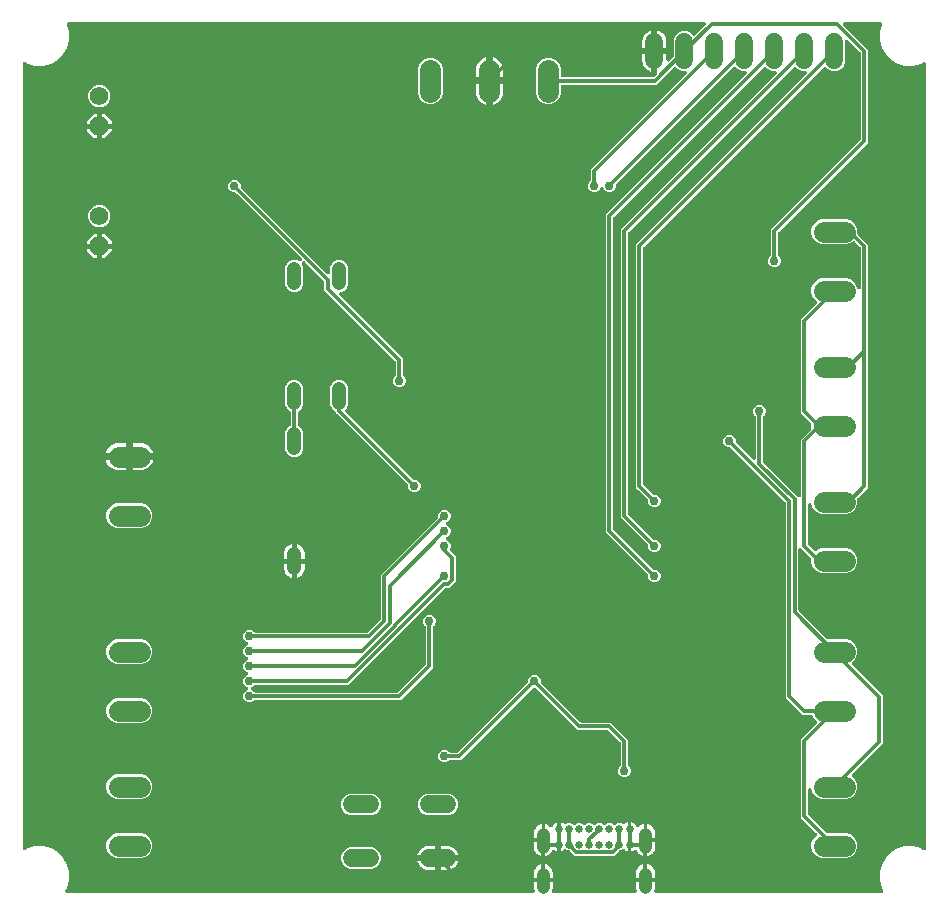
<source format=gbr>
G04 EAGLE Gerber RS-274X export*
G75*
%MOMM*%
%FSLAX34Y34*%
%LPD*%
%INBottom Copper*%
%IPPOS*%
%AMOC8*
5,1,8,0,0,1.08239X$1,22.5*%
G01*
%ADD10P,1.704548X8X292.500000*%
%ADD11C,1.574800*%
%ADD12C,1.219200*%
%ADD13C,1.524000*%
%ADD14C,1.790700*%
%ADD15C,0.650000*%
%ADD16C,1.108000*%
%ADD17C,0.304800*%
%ADD18C,0.756400*%

G36*
X443382Y11194D02*
X443382Y11194D01*
X443532Y11206D01*
X443555Y11214D01*
X443579Y11217D01*
X443720Y11267D01*
X443864Y11313D01*
X443884Y11326D01*
X443907Y11334D01*
X444033Y11416D01*
X444162Y11493D01*
X444180Y11510D01*
X444200Y11523D01*
X444304Y11631D01*
X444412Y11736D01*
X444425Y11756D01*
X444442Y11774D01*
X444519Y11903D01*
X444601Y12029D01*
X444609Y12052D01*
X444621Y12073D01*
X444667Y12216D01*
X444717Y12358D01*
X444720Y12382D01*
X444727Y12405D01*
X444739Y12554D01*
X444756Y12704D01*
X444753Y12728D01*
X444755Y12752D01*
X444733Y12901D01*
X444715Y13050D01*
X444706Y13078D01*
X444704Y13097D01*
X444686Y13141D01*
X444640Y13283D01*
X444280Y14153D01*
X443969Y15714D01*
X443969Y20527D01*
X452050Y20527D01*
X460131Y20527D01*
X460131Y15714D01*
X459893Y14519D01*
X459893Y14518D01*
X459820Y14153D01*
X459460Y13283D01*
X459419Y13138D01*
X459373Y12995D01*
X459371Y12971D01*
X459364Y12948D01*
X459357Y12797D01*
X459345Y12648D01*
X459348Y12624D01*
X459347Y12600D01*
X459374Y12452D01*
X459396Y12303D01*
X459405Y12281D01*
X459410Y12257D01*
X459470Y12119D01*
X459525Y11979D01*
X459539Y11959D01*
X459549Y11937D01*
X459638Y11816D01*
X459724Y11693D01*
X459742Y11677D01*
X459757Y11658D01*
X459871Y11560D01*
X459983Y11460D01*
X460004Y11448D01*
X460023Y11432D01*
X460156Y11364D01*
X460288Y11291D01*
X460311Y11285D01*
X460333Y11274D01*
X460478Y11237D01*
X460623Y11196D01*
X460653Y11194D01*
X460671Y11189D01*
X460718Y11189D01*
X460867Y11177D01*
X529733Y11177D01*
X529882Y11194D01*
X530032Y11206D01*
X530055Y11214D01*
X530079Y11217D01*
X530221Y11267D01*
X530364Y11314D01*
X530384Y11326D01*
X530407Y11334D01*
X530534Y11416D01*
X530662Y11493D01*
X530680Y11510D01*
X530700Y11523D01*
X530805Y11632D01*
X530912Y11736D01*
X530925Y11756D01*
X530942Y11774D01*
X531019Y11903D01*
X531101Y12029D01*
X531109Y12052D01*
X531121Y12073D01*
X531167Y12216D01*
X531217Y12358D01*
X531220Y12382D01*
X531227Y12405D01*
X531239Y12554D01*
X531256Y12704D01*
X531253Y12728D01*
X531255Y12752D01*
X531233Y12901D01*
X531215Y13050D01*
X531206Y13078D01*
X531204Y13097D01*
X531186Y13141D01*
X531140Y13283D01*
X530780Y14153D01*
X530469Y15714D01*
X530469Y20527D01*
X538550Y20527D01*
X546631Y20527D01*
X546631Y15714D01*
X546393Y14519D01*
X546393Y14518D01*
X546320Y14153D01*
X545960Y13283D01*
X545919Y13138D01*
X545873Y12995D01*
X545871Y12971D01*
X545864Y12948D01*
X545857Y12798D01*
X545845Y12648D01*
X545848Y12624D01*
X545847Y12600D01*
X545874Y12452D01*
X545896Y12303D01*
X545905Y12281D01*
X545910Y12257D01*
X545970Y12119D01*
X546025Y11979D01*
X546039Y11959D01*
X546049Y11937D01*
X546139Y11816D01*
X546224Y11693D01*
X546242Y11677D01*
X546256Y11658D01*
X546371Y11560D01*
X546483Y11460D01*
X546504Y11448D01*
X546522Y11432D01*
X546656Y11364D01*
X546788Y11291D01*
X546811Y11285D01*
X546833Y11274D01*
X546979Y11237D01*
X547123Y11196D01*
X547152Y11194D01*
X547171Y11189D01*
X547218Y11189D01*
X547367Y11177D01*
X738520Y11177D01*
X738596Y11185D01*
X738671Y11184D01*
X738768Y11205D01*
X738867Y11217D01*
X738938Y11242D01*
X739012Y11258D01*
X739101Y11301D01*
X739195Y11334D01*
X739258Y11375D01*
X739327Y11408D01*
X739404Y11469D01*
X739488Y11523D01*
X739540Y11578D01*
X739599Y11625D01*
X739661Y11703D01*
X739730Y11774D01*
X739769Y11839D01*
X739816Y11898D01*
X739858Y11988D01*
X739909Y12073D01*
X739932Y12145D01*
X739964Y12214D01*
X739985Y12311D01*
X740015Y12405D01*
X740021Y12480D01*
X740037Y12554D01*
X740035Y12654D01*
X740043Y12752D01*
X740032Y12827D01*
X740030Y12903D01*
X740006Y12999D01*
X739991Y13097D01*
X739963Y13167D01*
X739944Y13241D01*
X739880Y13377D01*
X739862Y13421D01*
X739852Y13436D01*
X739840Y13462D01*
X738554Y15688D01*
X736839Y22088D01*
X736839Y28712D01*
X738554Y35112D01*
X741866Y40849D01*
X746551Y45534D01*
X752288Y48846D01*
X758688Y50561D01*
X765312Y50561D01*
X771712Y48846D01*
X773938Y47560D01*
X774008Y47530D01*
X774073Y47491D01*
X774167Y47461D01*
X774258Y47422D01*
X774333Y47408D01*
X774405Y47385D01*
X774504Y47377D01*
X774601Y47360D01*
X774677Y47363D01*
X774752Y47357D01*
X774850Y47372D01*
X774949Y47377D01*
X775022Y47398D01*
X775097Y47409D01*
X775189Y47446D01*
X775284Y47473D01*
X775350Y47510D01*
X775421Y47538D01*
X775502Y47594D01*
X775589Y47642D01*
X775645Y47693D01*
X775707Y47737D01*
X775773Y47810D01*
X775847Y47877D01*
X775890Y47939D01*
X775940Y47995D01*
X775988Y48082D01*
X776045Y48164D01*
X776072Y48234D01*
X776109Y48300D01*
X776136Y48396D01*
X776172Y48488D01*
X776183Y48563D01*
X776204Y48636D01*
X776216Y48787D01*
X776223Y48833D01*
X776221Y48851D01*
X776223Y48880D01*
X776223Y713120D01*
X776215Y713196D01*
X776216Y713271D01*
X776195Y713368D01*
X776183Y713467D01*
X776158Y713538D01*
X776142Y713612D01*
X776099Y713701D01*
X776066Y713795D01*
X776025Y713858D01*
X775992Y713927D01*
X775931Y714004D01*
X775877Y714088D01*
X775822Y714140D01*
X775775Y714199D01*
X775697Y714261D01*
X775626Y714330D01*
X775561Y714369D01*
X775502Y714416D01*
X775412Y714458D01*
X775327Y714509D01*
X775255Y714532D01*
X775186Y714564D01*
X775090Y714585D01*
X774995Y714615D01*
X774920Y714621D01*
X774846Y714637D01*
X774746Y714635D01*
X774648Y714643D01*
X774573Y714632D01*
X774497Y714630D01*
X774401Y714606D01*
X774303Y714591D01*
X774233Y714563D01*
X774159Y714544D01*
X774023Y714480D01*
X773979Y714462D01*
X773964Y714452D01*
X773938Y714440D01*
X771712Y713154D01*
X765312Y711439D01*
X758688Y711439D01*
X752288Y713154D01*
X746551Y716466D01*
X741866Y721151D01*
X738554Y726888D01*
X736839Y733288D01*
X736839Y739912D01*
X738562Y746343D01*
X738590Y746389D01*
X738620Y746483D01*
X738659Y746574D01*
X738673Y746649D01*
X738696Y746721D01*
X738704Y746819D01*
X738722Y746917D01*
X738718Y746993D01*
X738724Y747068D01*
X738709Y747166D01*
X738705Y747265D01*
X738684Y747338D01*
X738672Y747413D01*
X738636Y747505D01*
X738609Y747600D01*
X738572Y747666D01*
X738544Y747737D01*
X738487Y747818D01*
X738439Y747904D01*
X738388Y747961D01*
X738345Y748023D01*
X738271Y748089D01*
X738205Y748162D01*
X738142Y748205D01*
X738086Y748256D01*
X737999Y748304D01*
X737918Y748360D01*
X737847Y748388D01*
X737781Y748425D01*
X737686Y748452D01*
X737594Y748488D01*
X737519Y748499D01*
X737446Y748520D01*
X737295Y748532D01*
X737249Y748539D01*
X737230Y748537D01*
X737202Y748539D01*
X707250Y748539D01*
X707150Y748528D01*
X707050Y748526D01*
X706977Y748508D01*
X706904Y748499D01*
X706809Y748466D01*
X706712Y748441D01*
X706645Y748407D01*
X706575Y748382D01*
X706491Y748327D01*
X706402Y748281D01*
X706345Y748233D01*
X706283Y748193D01*
X706213Y748121D01*
X706136Y748056D01*
X706092Y747996D01*
X706040Y747942D01*
X705989Y747856D01*
X705929Y747775D01*
X705900Y747707D01*
X705862Y747643D01*
X705831Y747547D01*
X705791Y747455D01*
X705778Y747382D01*
X705755Y747311D01*
X705747Y747211D01*
X705730Y747112D01*
X705733Y747038D01*
X705727Y746964D01*
X705742Y746864D01*
X705747Y746764D01*
X705768Y746693D01*
X705779Y746619D01*
X705816Y746526D01*
X705844Y746429D01*
X705880Y746364D01*
X705908Y746295D01*
X705965Y746213D01*
X706014Y746125D01*
X706079Y746049D01*
X706107Y746009D01*
X706133Y745985D01*
X706173Y745939D01*
X724717Y727395D01*
X726949Y725163D01*
X726949Y646437D01*
X651195Y570683D01*
X651116Y570584D01*
X651032Y570490D01*
X651008Y570448D01*
X650978Y570410D01*
X650924Y570296D01*
X650863Y570185D01*
X650850Y570139D01*
X650829Y570095D01*
X650803Y569972D01*
X650768Y569850D01*
X650763Y569789D01*
X650756Y569754D01*
X650757Y569706D01*
X650749Y569606D01*
X650749Y551187D01*
X650763Y551061D01*
X650770Y550935D01*
X650783Y550889D01*
X650789Y550841D01*
X650831Y550722D01*
X650866Y550600D01*
X650890Y550558D01*
X650906Y550513D01*
X650975Y550407D01*
X651036Y550296D01*
X651076Y550250D01*
X651095Y550220D01*
X651130Y550186D01*
X651195Y550110D01*
X652199Y549106D01*
X653007Y547156D01*
X653007Y545044D01*
X652199Y543094D01*
X650706Y541601D01*
X648756Y540793D01*
X646644Y540793D01*
X644694Y541601D01*
X643201Y543094D01*
X642393Y545044D01*
X642393Y547156D01*
X643201Y549106D01*
X644205Y550110D01*
X644284Y550209D01*
X644368Y550303D01*
X644392Y550345D01*
X644422Y550383D01*
X644476Y550497D01*
X644537Y550608D01*
X644550Y550654D01*
X644571Y550698D01*
X644597Y550821D01*
X644632Y550943D01*
X644637Y551004D01*
X644644Y551039D01*
X644643Y551087D01*
X644651Y551187D01*
X644651Y572763D01*
X720405Y648517D01*
X720484Y648616D01*
X720568Y648710D01*
X720592Y648752D01*
X720622Y648790D01*
X720676Y648904D01*
X720737Y649015D01*
X720750Y649061D01*
X720771Y649105D01*
X720797Y649228D01*
X720832Y649350D01*
X720837Y649411D01*
X720844Y649446D01*
X720843Y649494D01*
X720851Y649594D01*
X720851Y722006D01*
X720837Y722132D01*
X720830Y722258D01*
X720817Y722304D01*
X720811Y722352D01*
X720769Y722471D01*
X720734Y722593D01*
X720710Y722635D01*
X720694Y722681D01*
X720625Y722787D01*
X720564Y722897D01*
X720524Y722943D01*
X720505Y722973D01*
X720470Y723007D01*
X720405Y723083D01*
X710245Y733243D01*
X710167Y733306D01*
X710094Y733376D01*
X710030Y733414D01*
X709972Y733460D01*
X709881Y733503D01*
X709795Y733554D01*
X709724Y733577D01*
X709657Y733609D01*
X709559Y733630D01*
X709463Y733661D01*
X709389Y733667D01*
X709316Y733682D01*
X709216Y733681D01*
X709116Y733689D01*
X709042Y733678D01*
X708968Y733676D01*
X708871Y733652D01*
X708771Y733637D01*
X708702Y733609D01*
X708630Y733591D01*
X708540Y733545D01*
X708447Y733508D01*
X708386Y733466D01*
X708320Y733432D01*
X708243Y733366D01*
X708161Y733309D01*
X708111Y733254D01*
X708055Y733206D01*
X707995Y733125D01*
X707928Y733050D01*
X707892Y732985D01*
X707847Y732926D01*
X707808Y732833D01*
X707759Y732745D01*
X707739Y732674D01*
X707709Y732606D01*
X707692Y732507D01*
X707664Y732410D01*
X707656Y732310D01*
X707648Y732263D01*
X707650Y732227D01*
X707645Y732166D01*
X707645Y714461D01*
X706252Y711100D01*
X703680Y708528D01*
X700319Y707135D01*
X696681Y707135D01*
X693320Y708527D01*
X691457Y710391D01*
X691436Y710407D01*
X691419Y710427D01*
X691300Y710515D01*
X691184Y710607D01*
X691160Y710619D01*
X691139Y710634D01*
X691003Y710693D01*
X690868Y710756D01*
X690843Y710762D01*
X690819Y710772D01*
X690673Y710799D01*
X690528Y710830D01*
X690502Y710829D01*
X690476Y710834D01*
X690327Y710826D01*
X690179Y710824D01*
X690154Y710817D01*
X690128Y710816D01*
X689985Y710775D01*
X689841Y710739D01*
X689818Y710727D01*
X689793Y710719D01*
X689663Y710647D01*
X689532Y710579D01*
X689512Y710562D01*
X689489Y710549D01*
X689302Y710391D01*
X536895Y557983D01*
X536816Y557884D01*
X536732Y557790D01*
X536708Y557748D01*
X536678Y557710D01*
X536624Y557596D01*
X536563Y557485D01*
X536550Y557439D01*
X536529Y557395D01*
X536503Y557272D01*
X536468Y557150D01*
X536463Y557089D01*
X536456Y557055D01*
X536457Y557007D01*
X536449Y556906D01*
X536449Y357494D01*
X536463Y357368D01*
X536470Y357242D01*
X536483Y357196D01*
X536489Y357148D01*
X536531Y357029D01*
X536566Y356907D01*
X536590Y356865D01*
X536606Y356819D01*
X536675Y356713D01*
X536736Y356603D01*
X536776Y356557D01*
X536795Y356527D01*
X536830Y356493D01*
X536895Y356417D01*
X544659Y348653D01*
X544758Y348574D01*
X544852Y348490D01*
X544894Y348466D01*
X544932Y348436D01*
X545046Y348382D01*
X545157Y348321D01*
X545203Y348308D01*
X545247Y348287D01*
X545370Y348261D01*
X545492Y348226D01*
X545553Y348221D01*
X545587Y348214D01*
X545635Y348215D01*
X545736Y348207D01*
X547156Y348207D01*
X549106Y347399D01*
X550599Y345906D01*
X551407Y343956D01*
X551407Y341844D01*
X550599Y339894D01*
X549106Y338401D01*
X547156Y337593D01*
X545044Y337593D01*
X543094Y338401D01*
X541601Y339894D01*
X540793Y341844D01*
X540793Y343264D01*
X540791Y343283D01*
X540792Y343297D01*
X540780Y343381D01*
X540779Y343390D01*
X540772Y343516D01*
X540759Y343562D01*
X540753Y343610D01*
X540711Y343729D01*
X540676Y343851D01*
X540652Y343893D01*
X540636Y343939D01*
X540567Y344045D01*
X540506Y344155D01*
X540466Y344201D01*
X540447Y344231D01*
X540412Y344265D01*
X540347Y344341D01*
X532583Y352105D01*
X530351Y354337D01*
X530351Y560063D01*
X532583Y562295D01*
X674823Y704535D01*
X674886Y704613D01*
X674956Y704686D01*
X674994Y704750D01*
X675040Y704808D01*
X675083Y704899D01*
X675134Y704985D01*
X675157Y705056D01*
X675189Y705123D01*
X675210Y705221D01*
X675241Y705317D01*
X675247Y705391D01*
X675262Y705464D01*
X675261Y705564D01*
X675269Y705664D01*
X675258Y705738D01*
X675256Y705812D01*
X675232Y705909D01*
X675217Y706009D01*
X675189Y706078D01*
X675171Y706150D01*
X675125Y706240D01*
X675088Y706333D01*
X675046Y706394D01*
X675012Y706460D01*
X674946Y706537D01*
X674889Y706619D01*
X674834Y706669D01*
X674786Y706725D01*
X674705Y706785D01*
X674630Y706852D01*
X674565Y706888D01*
X674506Y706933D01*
X674413Y706972D01*
X674325Y707021D01*
X674254Y707041D01*
X674186Y707071D01*
X674087Y707088D01*
X673990Y707116D01*
X673890Y707124D01*
X673843Y707132D01*
X673807Y707130D01*
X673746Y707135D01*
X671281Y707135D01*
X667920Y708527D01*
X666057Y710391D01*
X666036Y710407D01*
X666019Y710427D01*
X665900Y710515D01*
X665784Y710607D01*
X665760Y710619D01*
X665739Y710634D01*
X665603Y710693D01*
X665468Y710756D01*
X665443Y710762D01*
X665419Y710772D01*
X665273Y710799D01*
X665128Y710830D01*
X665102Y710829D01*
X665076Y710834D01*
X664927Y710826D01*
X664779Y710824D01*
X664754Y710817D01*
X664728Y710816D01*
X664585Y710775D01*
X664441Y710739D01*
X664418Y710727D01*
X664393Y710719D01*
X664263Y710647D01*
X664132Y710579D01*
X664112Y710562D01*
X664089Y710549D01*
X663902Y710391D01*
X524195Y570683D01*
X524116Y570584D01*
X524032Y570490D01*
X524008Y570448D01*
X523978Y570410D01*
X523924Y570296D01*
X523863Y570185D01*
X523850Y570139D01*
X523829Y570095D01*
X523803Y569972D01*
X523768Y569850D01*
X523763Y569789D01*
X523756Y569754D01*
X523757Y569706D01*
X523749Y569606D01*
X523749Y332094D01*
X523763Y331968D01*
X523770Y331842D01*
X523783Y331796D01*
X523789Y331748D01*
X523831Y331629D01*
X523866Y331507D01*
X523890Y331465D01*
X523906Y331419D01*
X523975Y331313D01*
X524036Y331203D01*
X524076Y331157D01*
X524095Y331127D01*
X524130Y331093D01*
X524195Y331017D01*
X544659Y310553D01*
X544758Y310474D01*
X544852Y310390D01*
X544894Y310366D01*
X544932Y310336D01*
X545046Y310282D01*
X545157Y310221D01*
X545203Y310208D01*
X545247Y310187D01*
X545370Y310161D01*
X545492Y310126D01*
X545553Y310121D01*
X545588Y310114D01*
X545636Y310115D01*
X545736Y310107D01*
X547156Y310107D01*
X549106Y309299D01*
X550599Y307806D01*
X551407Y305856D01*
X551407Y303744D01*
X550599Y301794D01*
X549106Y300301D01*
X547156Y299493D01*
X545044Y299493D01*
X543094Y300301D01*
X541601Y301794D01*
X540793Y303744D01*
X540793Y305164D01*
X540790Y305190D01*
X540792Y305216D01*
X540777Y305315D01*
X540772Y305416D01*
X540759Y305462D01*
X540753Y305510D01*
X540745Y305535D01*
X540741Y305561D01*
X540704Y305654D01*
X540676Y305751D01*
X540652Y305793D01*
X540636Y305839D01*
X540621Y305861D01*
X540612Y305885D01*
X540555Y305966D01*
X540506Y306055D01*
X540466Y306101D01*
X540447Y306131D01*
X540427Y306150D01*
X540413Y306171D01*
X540387Y306194D01*
X540347Y306241D01*
X517651Y328937D01*
X517651Y572763D01*
X519883Y574995D01*
X649423Y704535D01*
X649486Y704613D01*
X649556Y704686D01*
X649594Y704750D01*
X649640Y704808D01*
X649683Y704899D01*
X649734Y704985D01*
X649757Y705056D01*
X649789Y705123D01*
X649810Y705221D01*
X649841Y705317D01*
X649847Y705391D01*
X649862Y705464D01*
X649861Y705564D01*
X649869Y705664D01*
X649858Y705738D01*
X649856Y705812D01*
X649832Y705909D01*
X649817Y706009D01*
X649789Y706078D01*
X649771Y706150D01*
X649725Y706240D01*
X649688Y706333D01*
X649646Y706394D01*
X649612Y706460D01*
X649546Y706537D01*
X649489Y706619D01*
X649434Y706669D01*
X649386Y706725D01*
X649305Y706785D01*
X649230Y706852D01*
X649165Y706888D01*
X649106Y706933D01*
X649013Y706972D01*
X648925Y707021D01*
X648854Y707041D01*
X648786Y707071D01*
X648687Y707088D01*
X648590Y707116D01*
X648490Y707124D01*
X648443Y707132D01*
X648407Y707130D01*
X648346Y707135D01*
X645881Y707135D01*
X642520Y708527D01*
X640657Y710391D01*
X640636Y710407D01*
X640619Y710427D01*
X640500Y710515D01*
X640384Y710607D01*
X640360Y710619D01*
X640339Y710634D01*
X640203Y710693D01*
X640068Y710756D01*
X640043Y710762D01*
X640019Y710772D01*
X639873Y710799D01*
X639728Y710830D01*
X639702Y710829D01*
X639676Y710834D01*
X639527Y710826D01*
X639379Y710824D01*
X639354Y710817D01*
X639328Y710816D01*
X639185Y710775D01*
X639041Y710739D01*
X639018Y710727D01*
X638993Y710719D01*
X638863Y710647D01*
X638732Y710579D01*
X638712Y710562D01*
X638689Y710549D01*
X638502Y710391D01*
X511495Y583383D01*
X511416Y583284D01*
X511332Y583190D01*
X511308Y583148D01*
X511278Y583110D01*
X511224Y582996D01*
X511163Y582885D01*
X511150Y582839D01*
X511129Y582795D01*
X511103Y582672D01*
X511068Y582550D01*
X511063Y582489D01*
X511056Y582454D01*
X511057Y582406D01*
X511049Y582306D01*
X511049Y319394D01*
X511063Y319268D01*
X511070Y319142D01*
X511083Y319096D01*
X511089Y319048D01*
X511131Y318929D01*
X511166Y318807D01*
X511190Y318765D01*
X511206Y318719D01*
X511275Y318613D01*
X511336Y318503D01*
X511376Y318457D01*
X511395Y318427D01*
X511430Y318393D01*
X511495Y318317D01*
X544659Y285153D01*
X544758Y285074D01*
X544852Y284990D01*
X544894Y284966D01*
X544932Y284936D01*
X545046Y284882D01*
X545157Y284821D01*
X545203Y284808D01*
X545247Y284787D01*
X545370Y284761D01*
X545492Y284726D01*
X545553Y284721D01*
X545588Y284714D01*
X545636Y284715D01*
X545736Y284707D01*
X547156Y284707D01*
X549106Y283899D01*
X550599Y282406D01*
X551407Y280456D01*
X551407Y278344D01*
X550599Y276394D01*
X549106Y274901D01*
X547156Y274093D01*
X545044Y274093D01*
X543094Y274901D01*
X541601Y276394D01*
X540793Y278344D01*
X540793Y279764D01*
X540779Y279890D01*
X540772Y280016D01*
X540759Y280062D01*
X540753Y280110D01*
X540711Y280229D01*
X540676Y280351D01*
X540652Y280393D01*
X540636Y280439D01*
X540567Y280545D01*
X540506Y280655D01*
X540466Y280701D01*
X540447Y280731D01*
X540412Y280765D01*
X540347Y280841D01*
X504951Y316237D01*
X504951Y585463D01*
X507183Y587695D01*
X624023Y704535D01*
X624086Y704613D01*
X624156Y704686D01*
X624194Y704750D01*
X624240Y704808D01*
X624283Y704899D01*
X624334Y704985D01*
X624357Y705056D01*
X624389Y705123D01*
X624410Y705221D01*
X624441Y705317D01*
X624447Y705391D01*
X624462Y705464D01*
X624461Y705564D01*
X624469Y705664D01*
X624458Y705738D01*
X624456Y705812D01*
X624432Y705909D01*
X624417Y706009D01*
X624389Y706078D01*
X624371Y706150D01*
X624325Y706240D01*
X624288Y706333D01*
X624246Y706394D01*
X624212Y706460D01*
X624146Y706537D01*
X624089Y706619D01*
X624034Y706669D01*
X623986Y706725D01*
X623905Y706785D01*
X623830Y706852D01*
X623765Y706888D01*
X623706Y706933D01*
X623613Y706972D01*
X623525Y707021D01*
X623454Y707041D01*
X623386Y707071D01*
X623287Y707088D01*
X623190Y707116D01*
X623090Y707124D01*
X623043Y707132D01*
X623007Y707130D01*
X622946Y707135D01*
X620481Y707135D01*
X617120Y708527D01*
X615257Y710391D01*
X615236Y710407D01*
X615219Y710427D01*
X615100Y710515D01*
X614984Y710607D01*
X614960Y710619D01*
X614939Y710634D01*
X614803Y710693D01*
X614668Y710756D01*
X614643Y710762D01*
X614619Y710772D01*
X614473Y710799D01*
X614328Y710830D01*
X614302Y710829D01*
X614276Y710834D01*
X614127Y710826D01*
X613979Y710824D01*
X613954Y710817D01*
X613928Y710816D01*
X613785Y710775D01*
X613641Y710739D01*
X613618Y710727D01*
X613593Y710719D01*
X613463Y710647D01*
X613332Y710579D01*
X613312Y710562D01*
X613289Y710549D01*
X613102Y710391D01*
X513753Y611041D01*
X513674Y610942D01*
X513590Y610848D01*
X513566Y610806D01*
X513536Y610768D01*
X513482Y610654D01*
X513421Y610543D01*
X513408Y610497D01*
X513387Y610453D01*
X513361Y610330D01*
X513326Y610208D01*
X513321Y610147D01*
X513314Y610112D01*
X513315Y610064D01*
X513307Y609964D01*
X513307Y608544D01*
X512499Y606594D01*
X511006Y605101D01*
X509056Y604293D01*
X506944Y604293D01*
X504994Y605101D01*
X503501Y606594D01*
X503057Y607666D01*
X503009Y607753D01*
X502968Y607845D01*
X502924Y607905D01*
X502888Y607970D01*
X502821Y608045D01*
X502761Y608125D01*
X502704Y608173D01*
X502654Y608228D01*
X502571Y608285D01*
X502495Y608350D01*
X502428Y608384D01*
X502367Y608427D01*
X502274Y608463D01*
X502184Y608509D01*
X502112Y608527D01*
X502043Y608554D01*
X501944Y608569D01*
X501846Y608593D01*
X501772Y608594D01*
X501698Y608605D01*
X501598Y608597D01*
X501498Y608598D01*
X501425Y608582D01*
X501351Y608576D01*
X501255Y608545D01*
X501157Y608524D01*
X501090Y608492D01*
X501019Y608469D01*
X500933Y608417D01*
X500842Y608374D01*
X500784Y608328D01*
X500721Y608289D01*
X500649Y608220D01*
X500570Y608157D01*
X500524Y608098D01*
X500471Y608047D01*
X500416Y607962D01*
X500354Y607883D01*
X500308Y607794D01*
X500282Y607753D01*
X500270Y607720D01*
X500243Y607666D01*
X499799Y606594D01*
X498306Y605101D01*
X496356Y604293D01*
X494244Y604293D01*
X492294Y605101D01*
X490801Y606594D01*
X489993Y608544D01*
X489993Y610656D01*
X490801Y612606D01*
X491805Y613610D01*
X491884Y613709D01*
X491968Y613803D01*
X491992Y613845D01*
X492022Y613883D01*
X492076Y613997D01*
X492137Y614108D01*
X492150Y614154D01*
X492171Y614198D01*
X492197Y614321D01*
X492232Y614443D01*
X492237Y614504D01*
X492244Y614539D01*
X492243Y614587D01*
X492251Y614687D01*
X492251Y623563D01*
X494483Y625795D01*
X573223Y704535D01*
X573286Y704613D01*
X573356Y704686D01*
X573394Y704750D01*
X573440Y704808D01*
X573483Y704899D01*
X573534Y704985D01*
X573557Y705056D01*
X573589Y705123D01*
X573610Y705221D01*
X573641Y705317D01*
X573647Y705391D01*
X573662Y705464D01*
X573661Y705564D01*
X573669Y705664D01*
X573658Y705738D01*
X573656Y705812D01*
X573632Y705909D01*
X573617Y706009D01*
X573589Y706078D01*
X573571Y706150D01*
X573525Y706240D01*
X573488Y706333D01*
X573446Y706394D01*
X573412Y706460D01*
X573346Y706537D01*
X573289Y706619D01*
X573234Y706669D01*
X573186Y706725D01*
X573105Y706785D01*
X573030Y706852D01*
X572965Y706888D01*
X572906Y706933D01*
X572813Y706972D01*
X572725Y707021D01*
X572654Y707041D01*
X572586Y707071D01*
X572487Y707088D01*
X572390Y707116D01*
X572290Y707124D01*
X572243Y707132D01*
X572207Y707130D01*
X572146Y707135D01*
X569681Y707135D01*
X566320Y708527D01*
X564457Y710391D01*
X564436Y710407D01*
X564419Y710427D01*
X564300Y710515D01*
X564184Y710607D01*
X564160Y710619D01*
X564139Y710634D01*
X564003Y710693D01*
X563868Y710756D01*
X563843Y710762D01*
X563819Y710772D01*
X563673Y710799D01*
X563528Y710830D01*
X563502Y710829D01*
X563476Y710834D01*
X563327Y710826D01*
X563179Y710824D01*
X563154Y710817D01*
X563128Y710816D01*
X562985Y710775D01*
X562841Y710739D01*
X562818Y710727D01*
X562793Y710719D01*
X562663Y710647D01*
X562532Y710579D01*
X562512Y710562D01*
X562489Y710549D01*
X562302Y710391D01*
X549795Y697883D01*
X547563Y695651D01*
X468401Y695651D01*
X468375Y695648D01*
X468349Y695650D01*
X468203Y695628D01*
X468055Y695611D01*
X468031Y695603D01*
X468005Y695599D01*
X467867Y695544D01*
X467727Y695494D01*
X467705Y695480D01*
X467681Y695470D01*
X467559Y695385D01*
X467434Y695305D01*
X467416Y695286D01*
X467395Y695271D01*
X467296Y695161D01*
X467192Y695054D01*
X467179Y695032D01*
X467161Y695012D01*
X467089Y694882D01*
X467013Y694755D01*
X467005Y694730D01*
X466993Y694707D01*
X466952Y694564D01*
X466907Y694423D01*
X466905Y694397D01*
X466898Y694372D01*
X466878Y694128D01*
X466878Y687662D01*
X465283Y683811D01*
X462335Y680864D01*
X458484Y679268D01*
X454316Y679268D01*
X450465Y680864D01*
X447517Y683811D01*
X445922Y687662D01*
X445922Y709738D01*
X447517Y713589D01*
X450465Y716536D01*
X454316Y718132D01*
X458484Y718132D01*
X462335Y716536D01*
X465283Y713589D01*
X466878Y709738D01*
X466878Y703272D01*
X466881Y703246D01*
X466879Y703220D01*
X466901Y703073D01*
X466918Y702926D01*
X466927Y702901D01*
X466931Y702875D01*
X466986Y702737D01*
X467036Y702598D01*
X467050Y702576D01*
X467060Y702551D01*
X467144Y702430D01*
X467225Y702305D01*
X467244Y702287D01*
X467258Y702265D01*
X467368Y702166D01*
X467475Y702063D01*
X467498Y702049D01*
X467517Y702032D01*
X467647Y701960D01*
X467774Y701884D01*
X467799Y701876D01*
X467822Y701863D01*
X467965Y701823D01*
X468106Y701778D01*
X468132Y701776D01*
X468158Y701768D01*
X468401Y701749D01*
X544406Y701749D01*
X544532Y701763D01*
X544658Y701770D01*
X544704Y701783D01*
X544752Y701789D01*
X544871Y701831D01*
X544993Y701866D01*
X545035Y701890D01*
X545081Y701906D01*
X545187Y701975D01*
X545297Y702036D01*
X545343Y702076D01*
X545373Y702095D01*
X545407Y702130D01*
X545483Y702195D01*
X548193Y704905D01*
X548272Y705004D01*
X548356Y705098D01*
X548380Y705140D01*
X548410Y705178D01*
X548464Y705292D01*
X548525Y705403D01*
X548538Y705449D01*
X548559Y705493D01*
X548585Y705616D01*
X548620Y705738D01*
X548625Y705799D01*
X548632Y705834D01*
X548631Y705882D01*
X548639Y705982D01*
X548639Y721361D01*
X556261Y721361D01*
X556261Y716650D01*
X556272Y716550D01*
X556274Y716450D01*
X556292Y716377D01*
X556301Y716304D01*
X556334Y716209D01*
X556359Y716112D01*
X556393Y716045D01*
X556418Y715975D01*
X556473Y715891D01*
X556519Y715802D01*
X556567Y715745D01*
X556607Y715683D01*
X556679Y715613D01*
X556744Y715536D01*
X556804Y715492D01*
X556858Y715440D01*
X556944Y715389D01*
X557025Y715329D01*
X557093Y715300D01*
X557157Y715262D01*
X557252Y715231D01*
X557345Y715191D01*
X557418Y715178D01*
X557489Y715155D01*
X557589Y715147D01*
X557688Y715130D01*
X557762Y715133D01*
X557836Y715127D01*
X557935Y715142D01*
X558036Y715147D01*
X558107Y715168D01*
X558181Y715179D01*
X558274Y715216D01*
X558371Y715244D01*
X558436Y715280D01*
X558505Y715308D01*
X558587Y715365D01*
X558675Y715414D01*
X558751Y715479D01*
X558791Y715507D01*
X558815Y715533D01*
X558861Y715573D01*
X561909Y718621D01*
X561988Y718720D01*
X562072Y718814D01*
X562096Y718856D01*
X562126Y718894D01*
X562180Y719008D01*
X562241Y719119D01*
X562254Y719165D01*
X562275Y719209D01*
X562301Y719332D01*
X562336Y719454D01*
X562341Y719515D01*
X562348Y719550D01*
X562347Y719598D01*
X562355Y719698D01*
X562355Y733339D01*
X563748Y736700D01*
X566320Y739272D01*
X569681Y740665D01*
X573319Y740665D01*
X576680Y739273D01*
X578543Y737409D01*
X578564Y737393D01*
X578581Y737373D01*
X578700Y737285D01*
X578816Y737193D01*
X578840Y737181D01*
X578861Y737166D01*
X578997Y737107D01*
X579132Y737044D01*
X579157Y737038D01*
X579181Y737028D01*
X579327Y737001D01*
X579472Y736970D01*
X579498Y736971D01*
X579524Y736966D01*
X579673Y736974D01*
X579821Y736976D01*
X579846Y736983D01*
X579872Y736984D01*
X580015Y737025D01*
X580159Y737061D01*
X580182Y737073D01*
X580207Y737081D01*
X580337Y737153D01*
X580468Y737221D01*
X580488Y737238D01*
X580511Y737251D01*
X580698Y737409D01*
X589227Y745939D01*
X589290Y746017D01*
X589360Y746090D01*
X589398Y746154D01*
X589444Y746212D01*
X589487Y746303D01*
X589538Y746389D01*
X589561Y746460D01*
X589593Y746527D01*
X589614Y746625D01*
X589645Y746721D01*
X589651Y746795D01*
X589666Y746868D01*
X589665Y746968D01*
X589673Y747068D01*
X589662Y747142D01*
X589660Y747216D01*
X589636Y747313D01*
X589621Y747413D01*
X589593Y747482D01*
X589575Y747554D01*
X589529Y747644D01*
X589492Y747737D01*
X589450Y747798D01*
X589416Y747864D01*
X589350Y747941D01*
X589293Y748023D01*
X589238Y748073D01*
X589190Y748129D01*
X589109Y748189D01*
X589034Y748256D01*
X588969Y748292D01*
X588910Y748337D01*
X588817Y748376D01*
X588729Y748425D01*
X588658Y748445D01*
X588590Y748475D01*
X588491Y748492D01*
X588394Y748520D01*
X588294Y748528D01*
X588247Y748536D01*
X588211Y748534D01*
X588150Y748539D01*
X50198Y748539D01*
X50123Y748531D01*
X50047Y748532D01*
X49950Y748511D01*
X49852Y748499D01*
X49781Y748474D01*
X49706Y748458D01*
X49617Y748415D01*
X49524Y748382D01*
X49460Y748341D01*
X49392Y748308D01*
X49314Y748247D01*
X49231Y748193D01*
X49178Y748138D01*
X49119Y748091D01*
X49058Y748013D01*
X48989Y747942D01*
X48950Y747877D01*
X48903Y747818D01*
X48861Y747728D01*
X48810Y747643D01*
X48787Y747571D01*
X48755Y747502D01*
X48734Y747405D01*
X48704Y747311D01*
X48698Y747236D01*
X48682Y747161D01*
X48684Y747062D01*
X48676Y746964D01*
X48687Y746889D01*
X48689Y746813D01*
X48713Y746717D01*
X48728Y746619D01*
X48756Y746549D01*
X48774Y746475D01*
X48838Y746340D01*
X50561Y739912D01*
X50561Y733288D01*
X48846Y726888D01*
X45534Y721151D01*
X40849Y716466D01*
X35112Y713154D01*
X28712Y711439D01*
X22088Y711439D01*
X15688Y713154D01*
X13462Y714440D01*
X13392Y714470D01*
X13327Y714509D01*
X13233Y714539D01*
X13142Y714578D01*
X13067Y714592D01*
X12995Y714615D01*
X12896Y714623D01*
X12799Y714640D01*
X12723Y714637D01*
X12648Y714643D01*
X12550Y714628D01*
X12451Y714623D01*
X12378Y714602D01*
X12303Y714591D01*
X12211Y714554D01*
X12116Y714527D01*
X12050Y714490D01*
X11979Y714462D01*
X11898Y714406D01*
X11811Y714358D01*
X11755Y714307D01*
X11693Y714263D01*
X11627Y714190D01*
X11553Y714123D01*
X11510Y714061D01*
X11460Y714005D01*
X11412Y713918D01*
X11356Y713836D01*
X11328Y713766D01*
X11291Y713700D01*
X11264Y713604D01*
X11228Y713512D01*
X11217Y713437D01*
X11196Y713364D01*
X11184Y713213D01*
X11177Y713167D01*
X11179Y713149D01*
X11177Y713120D01*
X11177Y48880D01*
X11185Y48804D01*
X11184Y48729D01*
X11205Y48632D01*
X11217Y48533D01*
X11242Y48462D01*
X11258Y48388D01*
X11301Y48299D01*
X11334Y48205D01*
X11375Y48142D01*
X11408Y48073D01*
X11469Y47996D01*
X11523Y47912D01*
X11578Y47860D01*
X11625Y47801D01*
X11703Y47739D01*
X11774Y47670D01*
X11839Y47631D01*
X11898Y47584D01*
X11988Y47542D01*
X12073Y47491D01*
X12145Y47468D01*
X12214Y47436D01*
X12311Y47415D01*
X12405Y47385D01*
X12480Y47379D01*
X12554Y47363D01*
X12654Y47365D01*
X12752Y47357D01*
X12827Y47368D01*
X12903Y47370D01*
X12999Y47394D01*
X13097Y47409D01*
X13167Y47437D01*
X13241Y47456D01*
X13377Y47520D01*
X13421Y47538D01*
X13436Y47548D01*
X13462Y47560D01*
X15688Y48846D01*
X22088Y50561D01*
X28712Y50561D01*
X35112Y48846D01*
X40849Y45534D01*
X45534Y40849D01*
X48846Y35112D01*
X50561Y28712D01*
X50561Y22088D01*
X48846Y15688D01*
X47560Y13462D01*
X47530Y13392D01*
X47491Y13327D01*
X47461Y13233D01*
X47422Y13142D01*
X47408Y13067D01*
X47385Y12995D01*
X47377Y12896D01*
X47360Y12799D01*
X47363Y12723D01*
X47357Y12648D01*
X47372Y12550D01*
X47377Y12451D01*
X47398Y12378D01*
X47409Y12303D01*
X47446Y12211D01*
X47473Y12116D01*
X47510Y12050D01*
X47538Y11979D01*
X47594Y11898D01*
X47642Y11811D01*
X47693Y11755D01*
X47737Y11693D01*
X47810Y11627D01*
X47877Y11553D01*
X47939Y11510D01*
X47995Y11460D01*
X48082Y11412D01*
X48164Y11356D01*
X48234Y11328D01*
X48300Y11291D01*
X48396Y11264D01*
X48488Y11228D01*
X48563Y11217D01*
X48636Y11196D01*
X48787Y11184D01*
X48833Y11177D01*
X48851Y11179D01*
X48880Y11177D01*
X443233Y11177D01*
X443382Y11194D01*
G37*
%LPC*%
G36*
X687462Y40722D02*
X687462Y40722D01*
X683611Y42317D01*
X680664Y45265D01*
X679068Y49116D01*
X679068Y53284D01*
X680664Y57135D01*
X683181Y59653D01*
X683197Y59674D01*
X683217Y59691D01*
X683306Y59810D01*
X683398Y59926D01*
X683409Y59950D01*
X683425Y59971D01*
X683483Y60107D01*
X683547Y60241D01*
X683552Y60267D01*
X683563Y60291D01*
X683589Y60437D01*
X683620Y60582D01*
X683620Y60608D01*
X683624Y60634D01*
X683617Y60782D01*
X683614Y60930D01*
X683608Y60956D01*
X683606Y60982D01*
X683565Y61124D01*
X683529Y61268D01*
X683517Y61292D01*
X683510Y61317D01*
X683437Y61446D01*
X683369Y61578D01*
X683352Y61598D01*
X683340Y61621D01*
X683181Y61807D01*
X670051Y74937D01*
X670051Y141363D01*
X683381Y154693D01*
X683397Y154713D01*
X683417Y154730D01*
X683506Y154850D01*
X683598Y154966D01*
X683609Y154989D01*
X683625Y155011D01*
X683683Y155147D01*
X683747Y155281D01*
X683752Y155307D01*
X683763Y155331D01*
X683789Y155477D01*
X683820Y155622D01*
X683820Y155648D01*
X683824Y155674D01*
X683817Y155822D01*
X683814Y155970D01*
X683808Y155995D01*
X683806Y156022D01*
X683765Y156164D01*
X683729Y156308D01*
X683717Y156331D01*
X683710Y156357D01*
X683637Y156486D01*
X683569Y156618D01*
X683552Y156638D01*
X683540Y156661D01*
X683381Y156847D01*
X680664Y159565D01*
X680023Y161111D01*
X679990Y161170D01*
X679988Y161176D01*
X679985Y161180D01*
X679958Y161249D01*
X679901Y161330D01*
X679854Y161416D01*
X679802Y161472D01*
X679759Y161535D01*
X679686Y161601D01*
X679620Y161674D01*
X679557Y161717D01*
X679500Y161768D01*
X679414Y161816D01*
X679333Y161872D01*
X679262Y161900D01*
X679195Y161937D01*
X679100Y161964D01*
X679009Y162000D01*
X678933Y162011D01*
X678859Y162032D01*
X678711Y162044D01*
X678664Y162051D01*
X678645Y162049D01*
X678616Y162051D01*
X671837Y162051D01*
X657351Y176537D01*
X657351Y341006D01*
X657337Y341132D01*
X657330Y341258D01*
X657317Y341304D01*
X657311Y341352D01*
X657269Y341471D01*
X657234Y341593D01*
X657210Y341635D01*
X657194Y341681D01*
X657125Y341787D01*
X657064Y341897D01*
X657024Y341943D01*
X657005Y341973D01*
X656970Y342007D01*
X656905Y342083D01*
X611041Y387947D01*
X610942Y388026D01*
X610848Y388110D01*
X610806Y388134D01*
X610768Y388164D01*
X610654Y388218D01*
X610543Y388279D01*
X610497Y388292D01*
X610453Y388313D01*
X610330Y388339D01*
X610208Y388374D01*
X610147Y388379D01*
X610112Y388386D01*
X610064Y388385D01*
X609964Y388393D01*
X608544Y388393D01*
X606594Y389201D01*
X605101Y390694D01*
X604293Y392644D01*
X604293Y394756D01*
X605101Y396706D01*
X606594Y398199D01*
X608544Y399007D01*
X610656Y399007D01*
X612606Y398199D01*
X614099Y396706D01*
X614907Y394756D01*
X614907Y393336D01*
X614921Y393210D01*
X614928Y393084D01*
X614941Y393038D01*
X614947Y392990D01*
X614989Y392871D01*
X615024Y392749D01*
X615048Y392707D01*
X615064Y392661D01*
X615133Y392555D01*
X615194Y392445D01*
X615234Y392399D01*
X615253Y392369D01*
X615288Y392335D01*
X615353Y392259D01*
X629351Y378261D01*
X629429Y378198D01*
X629502Y378128D01*
X629566Y378090D01*
X629624Y378044D01*
X629715Y378001D01*
X629801Y377950D01*
X629872Y377927D01*
X629939Y377895D01*
X630037Y377874D01*
X630133Y377843D01*
X630207Y377837D01*
X630280Y377822D01*
X630380Y377823D01*
X630480Y377815D01*
X630554Y377826D01*
X630628Y377828D01*
X630725Y377852D01*
X630825Y377867D01*
X630894Y377895D01*
X630966Y377913D01*
X631056Y377959D01*
X631149Y377996D01*
X631210Y378038D01*
X631276Y378072D01*
X631353Y378138D01*
X631435Y378195D01*
X631485Y378250D01*
X631541Y378298D01*
X631601Y378379D01*
X631668Y378454D01*
X631704Y378519D01*
X631749Y378578D01*
X631788Y378671D01*
X631837Y378759D01*
X631857Y378830D01*
X631887Y378898D01*
X631904Y378997D01*
X631932Y379094D01*
X631940Y379194D01*
X631948Y379241D01*
X631946Y379277D01*
X631951Y379338D01*
X631951Y414013D01*
X631937Y414139D01*
X631930Y414265D01*
X631917Y414311D01*
X631911Y414359D01*
X631869Y414478D01*
X631834Y414600D01*
X631810Y414642D01*
X631794Y414687D01*
X631725Y414794D01*
X631664Y414904D01*
X631624Y414950D01*
X631605Y414980D01*
X631570Y415014D01*
X631505Y415090D01*
X630501Y416094D01*
X629693Y418044D01*
X629693Y420156D01*
X630501Y422106D01*
X631994Y423599D01*
X633944Y424407D01*
X636056Y424407D01*
X638006Y423599D01*
X639499Y422106D01*
X640307Y420156D01*
X640307Y418044D01*
X639499Y416094D01*
X638495Y415090D01*
X638416Y414991D01*
X638332Y414897D01*
X638308Y414855D01*
X638278Y414817D01*
X638224Y414703D01*
X638163Y414592D01*
X638150Y414546D01*
X638129Y414502D01*
X638103Y414379D01*
X638068Y414257D01*
X638063Y414196D01*
X638056Y414161D01*
X638057Y414113D01*
X638049Y414013D01*
X638049Y376660D01*
X638063Y376534D01*
X638070Y376408D01*
X638083Y376361D01*
X638089Y376313D01*
X638131Y376194D01*
X638166Y376073D01*
X638190Y376031D01*
X638206Y375985D01*
X638275Y375879D01*
X638336Y375769D01*
X638376Y375723D01*
X638395Y375692D01*
X638430Y375659D01*
X638495Y375583D01*
X667451Y346626D01*
X667529Y346564D01*
X667602Y346494D01*
X667666Y346456D01*
X667724Y346410D01*
X667815Y346367D01*
X667901Y346315D01*
X667972Y346293D01*
X668039Y346261D01*
X668137Y346240D01*
X668233Y346209D01*
X668307Y346203D01*
X668380Y346188D01*
X668480Y346189D01*
X668580Y346181D01*
X668654Y346192D01*
X668728Y346194D01*
X668825Y346218D01*
X668925Y346233D01*
X668994Y346260D01*
X669066Y346279D01*
X669156Y346325D01*
X669249Y346362D01*
X669310Y346404D01*
X669376Y346438D01*
X669453Y346503D01*
X669535Y346561D01*
X669585Y346616D01*
X669641Y346664D01*
X669701Y346745D01*
X669768Y346819D01*
X669804Y346884D01*
X669849Y346944D01*
X669888Y347036D01*
X669937Y347124D01*
X669957Y347196D01*
X669987Y347264D01*
X670004Y347363D01*
X670032Y347460D01*
X670040Y347560D01*
X670048Y347607D01*
X670046Y347643D01*
X670051Y347704D01*
X670051Y394963D01*
X678622Y403534D01*
X678701Y403633D01*
X678785Y403727D01*
X678809Y403769D01*
X678839Y403807D01*
X678893Y403921D01*
X678954Y404032D01*
X678967Y404078D01*
X678988Y404122D01*
X679014Y404245D01*
X679049Y404367D01*
X679054Y404428D01*
X679061Y404463D01*
X679060Y404511D01*
X679068Y404611D01*
X679068Y408189D01*
X679054Y408315D01*
X679047Y408441D01*
X679034Y408487D01*
X679028Y408535D01*
X678986Y408654D01*
X678951Y408776D01*
X678927Y408818D01*
X678911Y408864D01*
X678842Y408970D01*
X678781Y409080D01*
X678741Y409126D01*
X678722Y409156D01*
X678687Y409190D01*
X678622Y409266D01*
X672283Y415605D01*
X670051Y417837D01*
X670051Y496963D01*
X672283Y499195D01*
X683381Y510293D01*
X683397Y510313D01*
X683417Y510330D01*
X683506Y510450D01*
X683598Y510566D01*
X683609Y510589D01*
X683625Y510611D01*
X683683Y510747D01*
X683747Y510881D01*
X683752Y510906D01*
X683763Y510931D01*
X683789Y511077D01*
X683820Y511221D01*
X683820Y511248D01*
X683824Y511274D01*
X683817Y511422D01*
X683814Y511570D01*
X683808Y511595D01*
X683806Y511622D01*
X683765Y511764D01*
X683729Y511908D01*
X683717Y511931D01*
X683710Y511956D01*
X683637Y512086D01*
X683569Y512218D01*
X683552Y512238D01*
X683540Y512261D01*
X683381Y512447D01*
X680664Y515165D01*
X679068Y519016D01*
X679068Y523184D01*
X680664Y527035D01*
X683611Y529983D01*
X687462Y531578D01*
X709538Y531578D01*
X713389Y529983D01*
X716336Y527035D01*
X717921Y523211D01*
X717945Y523167D01*
X717962Y523119D01*
X718030Y523015D01*
X718090Y522906D01*
X718124Y522869D01*
X718151Y522827D01*
X718241Y522740D01*
X718324Y522648D01*
X718366Y522619D01*
X718402Y522584D01*
X718509Y522521D01*
X718611Y522450D01*
X718658Y522431D01*
X718701Y522406D01*
X718819Y522368D01*
X718935Y522322D01*
X718985Y522315D01*
X719033Y522299D01*
X719157Y522289D01*
X719280Y522271D01*
X719330Y522275D01*
X719380Y522271D01*
X719503Y522290D01*
X719627Y522300D01*
X719675Y522316D01*
X719725Y522323D01*
X719840Y522369D01*
X719959Y522407D01*
X720002Y522433D01*
X720049Y522452D01*
X720151Y522523D01*
X720257Y522587D01*
X720294Y522622D01*
X720335Y522651D01*
X720418Y522743D01*
X720507Y522830D01*
X720535Y522872D01*
X720568Y522910D01*
X720628Y523018D01*
X720696Y523123D01*
X720713Y523171D01*
X720737Y523215D01*
X720771Y523334D01*
X720812Y523451D01*
X720818Y523502D01*
X720832Y523550D01*
X720851Y523794D01*
X720851Y556906D01*
X720837Y557032D01*
X720830Y557158D01*
X720817Y557204D01*
X720811Y557252D01*
X720769Y557371D01*
X720734Y557493D01*
X720710Y557535D01*
X720694Y557581D01*
X720625Y557687D01*
X720564Y557797D01*
X720524Y557843D01*
X720505Y557873D01*
X720470Y557907D01*
X720405Y557983D01*
X715857Y562531D01*
X715837Y562547D01*
X715820Y562567D01*
X715700Y562656D01*
X715584Y562748D01*
X715561Y562759D01*
X715539Y562775D01*
X715403Y562833D01*
X715269Y562897D01*
X715244Y562902D01*
X715219Y562913D01*
X715073Y562939D01*
X714929Y562970D01*
X714902Y562970D01*
X714876Y562974D01*
X714728Y562967D01*
X714580Y562964D01*
X714555Y562958D01*
X714528Y562956D01*
X714386Y562915D01*
X714242Y562879D01*
X714219Y562867D01*
X714194Y562860D01*
X714064Y562787D01*
X713932Y562719D01*
X713912Y562702D01*
X713889Y562690D01*
X713703Y562531D01*
X713389Y562217D01*
X709538Y560622D01*
X687462Y560622D01*
X683611Y562217D01*
X680664Y565165D01*
X679068Y569016D01*
X679068Y573184D01*
X680664Y577035D01*
X683611Y579983D01*
X687462Y581578D01*
X709538Y581578D01*
X713389Y579983D01*
X716336Y577035D01*
X717932Y573184D01*
X717932Y569711D01*
X717946Y569585D01*
X717953Y569459D01*
X717966Y569413D01*
X717972Y569365D01*
X718014Y569246D01*
X718049Y569124D01*
X718073Y569082D01*
X718089Y569036D01*
X718158Y568930D01*
X718219Y568820D01*
X718259Y568774D01*
X718278Y568744D01*
X718313Y568710D01*
X718378Y568634D01*
X726949Y560063D01*
X726949Y354337D01*
X718378Y345766D01*
X718299Y345667D01*
X718215Y345573D01*
X718191Y345531D01*
X718161Y345493D01*
X718107Y345379D01*
X718046Y345268D01*
X718033Y345222D01*
X718012Y345178D01*
X717986Y345055D01*
X717951Y344933D01*
X717946Y344872D01*
X717939Y344837D01*
X717940Y344789D01*
X717932Y344689D01*
X717932Y340416D01*
X716336Y336565D01*
X713389Y333617D01*
X709538Y332022D01*
X687462Y332022D01*
X683611Y333617D01*
X680664Y336565D01*
X679079Y340389D01*
X679055Y340433D01*
X679038Y340481D01*
X678970Y340585D01*
X678910Y340694D01*
X678876Y340731D01*
X678849Y340773D01*
X678759Y340860D01*
X678676Y340952D01*
X678634Y340981D01*
X678598Y341016D01*
X678491Y341079D01*
X678389Y341150D01*
X678342Y341169D01*
X678299Y341194D01*
X678181Y341232D01*
X678065Y341278D01*
X678015Y341285D01*
X677967Y341301D01*
X677843Y341311D01*
X677720Y341329D01*
X677670Y341325D01*
X677620Y341329D01*
X677497Y341310D01*
X677373Y341300D01*
X677325Y341284D01*
X677275Y341277D01*
X677160Y341231D01*
X677041Y341193D01*
X676998Y341167D01*
X676951Y341148D01*
X676849Y341077D01*
X676743Y341013D01*
X676706Y340978D01*
X676665Y340949D01*
X676582Y340857D01*
X676493Y340770D01*
X676465Y340728D01*
X676432Y340690D01*
X676372Y340582D01*
X676304Y340477D01*
X676287Y340429D01*
X676263Y340385D01*
X676229Y340266D01*
X676188Y340149D01*
X676182Y340098D01*
X676168Y340050D01*
X676149Y339806D01*
X676149Y306694D01*
X676163Y306568D01*
X676170Y306442D01*
X676183Y306396D01*
X676189Y306348D01*
X676207Y306296D01*
X676208Y306290D01*
X676220Y306260D01*
X676231Y306229D01*
X676266Y306107D01*
X676290Y306065D01*
X676306Y306019D01*
X676331Y305981D01*
X676337Y305966D01*
X676379Y305905D01*
X676436Y305803D01*
X676476Y305757D01*
X676495Y305727D01*
X676520Y305703D01*
X676536Y305680D01*
X676558Y305660D01*
X676595Y305617D01*
X681143Y301069D01*
X681163Y301053D01*
X681180Y301033D01*
X681300Y300944D01*
X681416Y300852D01*
X681439Y300841D01*
X681461Y300825D01*
X681597Y300767D01*
X681731Y300703D01*
X681756Y300698D01*
X681781Y300687D01*
X681927Y300661D01*
X682071Y300630D01*
X682098Y300630D01*
X682124Y300626D01*
X682272Y300633D01*
X682420Y300636D01*
X682445Y300642D01*
X682472Y300644D01*
X682614Y300685D01*
X682758Y300721D01*
X682781Y300733D01*
X682806Y300740D01*
X682936Y300813D01*
X683068Y300881D01*
X683088Y300898D01*
X683111Y300910D01*
X683297Y301069D01*
X683611Y301383D01*
X687462Y302978D01*
X709538Y302978D01*
X713389Y301383D01*
X716336Y298435D01*
X717932Y294584D01*
X717932Y290416D01*
X716336Y286565D01*
X713389Y283617D01*
X709538Y282022D01*
X687462Y282022D01*
X683611Y283617D01*
X680664Y286565D01*
X679068Y290416D01*
X679068Y293889D01*
X679054Y294015D01*
X679047Y294141D01*
X679034Y294187D01*
X679028Y294235D01*
X678986Y294354D01*
X678951Y294476D01*
X678927Y294518D01*
X678911Y294564D01*
X678842Y294670D01*
X678781Y294780D01*
X678741Y294826D01*
X678722Y294856D01*
X678687Y294890D01*
X678622Y294966D01*
X672284Y301305D01*
X672283Y301305D01*
X670621Y302967D01*
X670542Y303030D01*
X670470Y303100D01*
X670406Y303138D01*
X670348Y303184D01*
X670257Y303227D01*
X670171Y303278D01*
X670100Y303301D01*
X670033Y303333D01*
X669935Y303354D01*
X669839Y303385D01*
X669765Y303391D01*
X669692Y303406D01*
X669592Y303405D01*
X669492Y303413D01*
X669418Y303402D01*
X669344Y303400D01*
X669247Y303376D01*
X669147Y303361D01*
X669078Y303333D01*
X669006Y303315D01*
X668917Y303269D01*
X668823Y303232D01*
X668762Y303190D01*
X668696Y303156D01*
X668620Y303091D01*
X668537Y303033D01*
X668487Y302978D01*
X668431Y302930D01*
X668371Y302849D01*
X668304Y302774D01*
X668268Y302709D01*
X668223Y302650D01*
X668184Y302557D01*
X668135Y302469D01*
X668115Y302398D01*
X668085Y302330D01*
X668068Y302231D01*
X668040Y302134D01*
X668032Y302034D01*
X668024Y301987D01*
X668026Y301951D01*
X668021Y301890D01*
X668021Y250922D01*
X668035Y250796D01*
X668042Y250670D01*
X668055Y250624D01*
X668061Y250576D01*
X668103Y250457D01*
X668138Y250335D01*
X668162Y250293D01*
X668178Y250247D01*
X668247Y250141D01*
X668308Y250031D01*
X668348Y249985D01*
X668367Y249955D01*
X668402Y249921D01*
X668467Y249845D01*
X691887Y226424D01*
X691986Y226346D01*
X692080Y226261D01*
X692122Y226238D01*
X692160Y226208D01*
X692274Y226154D01*
X692385Y226093D01*
X692432Y226079D01*
X692475Y226059D01*
X692599Y226032D01*
X692720Y225998D01*
X692781Y225993D01*
X692816Y225985D01*
X692864Y225986D01*
X692964Y225978D01*
X709538Y225978D01*
X713389Y224383D01*
X716336Y221435D01*
X717932Y217584D01*
X717932Y213416D01*
X716336Y209565D01*
X713619Y206847D01*
X713603Y206826D01*
X713583Y206809D01*
X713494Y206690D01*
X713402Y206574D01*
X713391Y206550D01*
X713375Y206529D01*
X713317Y206393D01*
X713253Y206259D01*
X713248Y206233D01*
X713237Y206209D01*
X713211Y206063D01*
X713180Y205918D01*
X713180Y205892D01*
X713176Y205866D01*
X713183Y205718D01*
X713186Y205570D01*
X713192Y205544D01*
X713194Y205518D01*
X713235Y205376D01*
X713271Y205232D01*
X713283Y205208D01*
X713290Y205183D01*
X713363Y205054D01*
X713431Y204922D01*
X713448Y204902D01*
X713460Y204879D01*
X713619Y204693D01*
X737417Y180895D01*
X739649Y178663D01*
X739649Y138037D01*
X737417Y135805D01*
X713619Y112007D01*
X713603Y111987D01*
X713583Y111970D01*
X713494Y111850D01*
X713402Y111734D01*
X713391Y111711D01*
X713375Y111689D01*
X713317Y111553D01*
X713253Y111419D01*
X713248Y111394D01*
X713237Y111369D01*
X713211Y111223D01*
X713180Y111078D01*
X713180Y111052D01*
X713176Y111026D01*
X713183Y110878D01*
X713186Y110730D01*
X713192Y110705D01*
X713194Y110678D01*
X713235Y110536D01*
X713271Y110392D01*
X713283Y110369D01*
X713290Y110344D01*
X713363Y110214D01*
X713431Y110082D01*
X713448Y110062D01*
X713460Y110039D01*
X713619Y109853D01*
X716336Y107135D01*
X717932Y103284D01*
X717932Y99116D01*
X716336Y95265D01*
X713389Y92317D01*
X709538Y90722D01*
X687462Y90722D01*
X683611Y92317D01*
X680664Y95264D01*
X679079Y99089D01*
X679055Y99133D01*
X679038Y99181D01*
X678970Y99285D01*
X678910Y99394D01*
X678876Y99431D01*
X678849Y99473D01*
X678759Y99560D01*
X678676Y99652D01*
X678634Y99681D01*
X678598Y99716D01*
X678491Y99779D01*
X678389Y99850D01*
X678342Y99869D01*
X678299Y99894D01*
X678181Y99932D01*
X678065Y99978D01*
X678015Y99985D01*
X677967Y100001D01*
X677843Y100011D01*
X677720Y100029D01*
X677670Y100025D01*
X677620Y100029D01*
X677497Y100010D01*
X677373Y100000D01*
X677325Y99984D01*
X677275Y99977D01*
X677160Y99931D01*
X677041Y99893D01*
X676998Y99867D01*
X676951Y99848D01*
X676849Y99777D01*
X676743Y99713D01*
X676706Y99678D01*
X676665Y99649D01*
X676582Y99557D01*
X676493Y99470D01*
X676465Y99428D01*
X676432Y99390D01*
X676372Y99282D01*
X676304Y99177D01*
X676287Y99129D01*
X676263Y99085D01*
X676229Y98966D01*
X676188Y98849D01*
X676182Y98798D01*
X676168Y98750D01*
X676149Y98506D01*
X676149Y78094D01*
X676163Y77968D01*
X676170Y77842D01*
X676183Y77796D01*
X676189Y77748D01*
X676231Y77629D01*
X676266Y77507D01*
X676290Y77465D01*
X676306Y77419D01*
X676375Y77313D01*
X676436Y77203D01*
X676476Y77157D01*
X676495Y77127D01*
X676530Y77093D01*
X676595Y77017D01*
X691487Y62124D01*
X691586Y62046D01*
X691680Y61961D01*
X691722Y61938D01*
X691760Y61908D01*
X691874Y61854D01*
X691985Y61793D01*
X692032Y61779D01*
X692075Y61759D01*
X692199Y61732D01*
X692321Y61698D01*
X692381Y61693D01*
X692416Y61685D01*
X692464Y61686D01*
X692564Y61678D01*
X709538Y61678D01*
X713389Y60083D01*
X716336Y57135D01*
X717932Y53284D01*
X717932Y49116D01*
X716336Y45265D01*
X713389Y42317D01*
X709538Y40722D01*
X687462Y40722D01*
G37*
%LPD*%
%LPC*%
G36*
X202144Y172493D02*
X202144Y172493D01*
X200194Y173301D01*
X198701Y174794D01*
X197893Y176744D01*
X197893Y178856D01*
X198701Y180806D01*
X200194Y182299D01*
X201266Y182743D01*
X201353Y182791D01*
X201445Y182832D01*
X201505Y182876D01*
X201570Y182912D01*
X201645Y182979D01*
X201725Y183039D01*
X201773Y183096D01*
X201828Y183146D01*
X201885Y183229D01*
X201950Y183305D01*
X201984Y183372D01*
X202027Y183433D01*
X202063Y183526D01*
X202109Y183616D01*
X202127Y183688D01*
X202154Y183757D01*
X202169Y183856D01*
X202193Y183954D01*
X202194Y184028D01*
X202205Y184102D01*
X202197Y184202D01*
X202198Y184302D01*
X202182Y184375D01*
X202176Y184449D01*
X202145Y184545D01*
X202124Y184643D01*
X202092Y184710D01*
X202069Y184781D01*
X202017Y184867D01*
X201974Y184958D01*
X201928Y185016D01*
X201889Y185079D01*
X201820Y185151D01*
X201757Y185230D01*
X201698Y185276D01*
X201647Y185329D01*
X201562Y185384D01*
X201483Y185446D01*
X201394Y185492D01*
X201353Y185518D01*
X201320Y185530D01*
X201266Y185557D01*
X200194Y186001D01*
X198701Y187494D01*
X197893Y189444D01*
X197893Y191556D01*
X198701Y193506D01*
X200194Y194999D01*
X201266Y195443D01*
X201353Y195492D01*
X201445Y195531D01*
X201505Y195576D01*
X201570Y195612D01*
X201645Y195680D01*
X201725Y195739D01*
X201773Y195796D01*
X201828Y195846D01*
X201885Y195929D01*
X201950Y196005D01*
X201984Y196072D01*
X202027Y196133D01*
X202063Y196226D01*
X202109Y196316D01*
X202127Y196388D01*
X202154Y196457D01*
X202169Y196556D01*
X202193Y196654D01*
X202194Y196728D01*
X202205Y196802D01*
X202197Y196902D01*
X202198Y197002D01*
X202182Y197075D01*
X202176Y197149D01*
X202145Y197245D01*
X202124Y197343D01*
X202092Y197410D01*
X202069Y197481D01*
X202017Y197567D01*
X201974Y197658D01*
X201928Y197716D01*
X201890Y197779D01*
X201819Y197852D01*
X201757Y197930D01*
X201699Y197976D01*
X201647Y198029D01*
X201562Y198084D01*
X201483Y198146D01*
X201394Y198192D01*
X201353Y198218D01*
X201320Y198230D01*
X201266Y198257D01*
X200194Y198701D01*
X198701Y200194D01*
X197893Y202144D01*
X197893Y204256D01*
X198701Y206206D01*
X200194Y207699D01*
X201266Y208143D01*
X201353Y208192D01*
X201445Y208231D01*
X201505Y208276D01*
X201570Y208312D01*
X201645Y208380D01*
X201725Y208439D01*
X201773Y208496D01*
X201828Y208546D01*
X201885Y208629D01*
X201950Y208705D01*
X201984Y208772D01*
X202027Y208833D01*
X202063Y208926D01*
X202109Y209016D01*
X202127Y209088D01*
X202154Y209157D01*
X202169Y209256D01*
X202193Y209354D01*
X202194Y209428D01*
X202205Y209502D01*
X202197Y209602D01*
X202198Y209702D01*
X202182Y209775D01*
X202176Y209849D01*
X202145Y209945D01*
X202124Y210043D01*
X202092Y210110D01*
X202069Y210181D01*
X202017Y210267D01*
X201974Y210358D01*
X201928Y210416D01*
X201890Y210479D01*
X201819Y210552D01*
X201757Y210630D01*
X201699Y210676D01*
X201647Y210729D01*
X201562Y210784D01*
X201483Y210846D01*
X201394Y210892D01*
X201353Y210918D01*
X201320Y210930D01*
X201266Y210957D01*
X200194Y211401D01*
X198701Y212894D01*
X197893Y214844D01*
X197893Y216956D01*
X198701Y218906D01*
X200194Y220399D01*
X201266Y220843D01*
X201353Y220891D01*
X201445Y220932D01*
X201505Y220976D01*
X201570Y221012D01*
X201645Y221079D01*
X201725Y221139D01*
X201773Y221196D01*
X201828Y221246D01*
X201885Y221329D01*
X201950Y221405D01*
X201984Y221472D01*
X202027Y221533D01*
X202063Y221626D01*
X202109Y221716D01*
X202127Y221788D01*
X202154Y221857D01*
X202169Y221956D01*
X202193Y222054D01*
X202194Y222128D01*
X202205Y222202D01*
X202197Y222302D01*
X202198Y222402D01*
X202182Y222475D01*
X202176Y222549D01*
X202145Y222645D01*
X202124Y222743D01*
X202092Y222810D01*
X202069Y222881D01*
X202017Y222967D01*
X201974Y223058D01*
X201928Y223116D01*
X201889Y223179D01*
X201820Y223251D01*
X201757Y223330D01*
X201698Y223376D01*
X201647Y223429D01*
X201562Y223484D01*
X201483Y223546D01*
X201394Y223592D01*
X201353Y223618D01*
X201320Y223630D01*
X201266Y223657D01*
X200194Y224101D01*
X198701Y225594D01*
X197893Y227544D01*
X197893Y229656D01*
X198701Y231606D01*
X200194Y233099D01*
X202144Y233907D01*
X204256Y233907D01*
X206206Y233099D01*
X207210Y232095D01*
X207309Y232016D01*
X207403Y231932D01*
X207445Y231908D01*
X207483Y231878D01*
X207597Y231824D01*
X207708Y231763D01*
X207754Y231750D01*
X207798Y231729D01*
X207921Y231703D01*
X208043Y231668D01*
X208104Y231663D01*
X208139Y231656D01*
X208187Y231657D01*
X208287Y231649D01*
X302906Y231649D01*
X303032Y231663D01*
X303158Y231670D01*
X303204Y231683D01*
X303252Y231689D01*
X303371Y231731D01*
X303493Y231766D01*
X303535Y231790D01*
X303581Y231806D01*
X303687Y231875D01*
X303797Y231936D01*
X303843Y231976D01*
X303873Y231995D01*
X303907Y232030D01*
X303983Y232095D01*
X314005Y242117D01*
X314084Y242216D01*
X314168Y242310D01*
X314192Y242352D01*
X314222Y242390D01*
X314276Y242504D01*
X314337Y242615D01*
X314350Y242661D01*
X314371Y242705D01*
X314397Y242828D01*
X314432Y242950D01*
X314437Y243011D01*
X314444Y243046D01*
X314443Y243094D01*
X314451Y243194D01*
X314451Y280663D01*
X362547Y328759D01*
X362626Y328858D01*
X362710Y328952D01*
X362734Y328994D01*
X362764Y329032D01*
X362818Y329146D01*
X362879Y329257D01*
X362892Y329303D01*
X362913Y329347D01*
X362939Y329470D01*
X362974Y329592D01*
X362979Y329653D01*
X362986Y329688D01*
X362985Y329736D01*
X362993Y329836D01*
X362993Y331256D01*
X363801Y333206D01*
X365294Y334699D01*
X367244Y335507D01*
X369356Y335507D01*
X371306Y334699D01*
X372799Y333206D01*
X373607Y331256D01*
X373607Y329144D01*
X372799Y327194D01*
X371306Y325701D01*
X370234Y325257D01*
X370147Y325208D01*
X370055Y325169D01*
X369995Y325124D01*
X369930Y325088D01*
X369855Y325020D01*
X369775Y324961D01*
X369727Y324904D01*
X369672Y324854D01*
X369615Y324771D01*
X369550Y324695D01*
X369516Y324628D01*
X369473Y324567D01*
X369437Y324474D01*
X369391Y324384D01*
X369373Y324312D01*
X369346Y324243D01*
X369331Y324144D01*
X369307Y324046D01*
X369306Y323972D01*
X369295Y323898D01*
X369303Y323798D01*
X369302Y323698D01*
X369318Y323625D01*
X369324Y323551D01*
X369355Y323455D01*
X369376Y323357D01*
X369408Y323290D01*
X369431Y323219D01*
X369483Y323133D01*
X369526Y323042D01*
X369572Y322984D01*
X369610Y322921D01*
X369681Y322848D01*
X369743Y322770D01*
X369801Y322724D01*
X369853Y322671D01*
X369938Y322616D01*
X370017Y322554D01*
X370106Y322508D01*
X370147Y322482D01*
X370180Y322470D01*
X370234Y322443D01*
X371306Y321999D01*
X372799Y320506D01*
X373607Y318556D01*
X373607Y316444D01*
X372799Y314494D01*
X371306Y313001D01*
X370234Y312557D01*
X370147Y312509D01*
X370055Y312468D01*
X369995Y312424D01*
X369930Y312388D01*
X369855Y312321D01*
X369775Y312261D01*
X369727Y312204D01*
X369672Y312154D01*
X369615Y312071D01*
X369550Y311995D01*
X369516Y311928D01*
X369473Y311867D01*
X369437Y311774D01*
X369391Y311684D01*
X369373Y311612D01*
X369346Y311543D01*
X369331Y311444D01*
X369307Y311346D01*
X369306Y311272D01*
X369295Y311198D01*
X369303Y311098D01*
X369302Y310998D01*
X369318Y310925D01*
X369324Y310851D01*
X369355Y310755D01*
X369376Y310657D01*
X369408Y310590D01*
X369431Y310519D01*
X369483Y310433D01*
X369526Y310342D01*
X369572Y310284D01*
X369611Y310221D01*
X369680Y310149D01*
X369743Y310070D01*
X369802Y310024D01*
X369853Y309971D01*
X369938Y309916D01*
X370017Y309854D01*
X370106Y309808D01*
X370147Y309782D01*
X370180Y309770D01*
X370234Y309743D01*
X371306Y309299D01*
X372799Y307806D01*
X373607Y305856D01*
X373607Y303744D01*
X373123Y302577D01*
X373102Y302504D01*
X373072Y302434D01*
X373055Y302337D01*
X373028Y302242D01*
X373024Y302166D01*
X373010Y302091D01*
X373015Y301992D01*
X373011Y301894D01*
X373024Y301819D01*
X373028Y301743D01*
X373056Y301648D01*
X373073Y301551D01*
X373104Y301481D01*
X373125Y301408D01*
X373173Y301322D01*
X373212Y301232D01*
X373258Y301170D01*
X373295Y301103D01*
X373392Y300990D01*
X373420Y300952D01*
X373435Y300939D01*
X373453Y300917D01*
X378179Y296192D01*
X378179Y275308D01*
X372392Y269521D01*
X370061Y269521D01*
X369936Y269507D01*
X369809Y269500D01*
X369763Y269487D01*
X369715Y269481D01*
X369596Y269439D01*
X369475Y269404D01*
X369432Y269380D01*
X369387Y269364D01*
X369281Y269295D01*
X369170Y269234D01*
X369124Y269194D01*
X369094Y269175D01*
X369061Y269140D01*
X368984Y269075D01*
X287360Y187451D01*
X208287Y187451D01*
X208161Y187437D01*
X208035Y187430D01*
X207989Y187417D01*
X207941Y187411D01*
X207822Y187369D01*
X207700Y187334D01*
X207658Y187310D01*
X207613Y187294D01*
X207507Y187225D01*
X207396Y187164D01*
X207350Y187124D01*
X207320Y187105D01*
X207286Y187070D01*
X207210Y187005D01*
X206206Y186001D01*
X205134Y185557D01*
X205047Y185508D01*
X204955Y185469D01*
X204895Y185424D01*
X204830Y185388D01*
X204755Y185320D01*
X204675Y185261D01*
X204627Y185204D01*
X204572Y185154D01*
X204515Y185071D01*
X204450Y184995D01*
X204416Y184928D01*
X204373Y184867D01*
X204337Y184774D01*
X204291Y184684D01*
X204273Y184612D01*
X204246Y184543D01*
X204231Y184444D01*
X204207Y184346D01*
X204206Y184272D01*
X204195Y184198D01*
X204203Y184098D01*
X204202Y183998D01*
X204218Y183925D01*
X204224Y183851D01*
X204255Y183755D01*
X204276Y183657D01*
X204308Y183590D01*
X204331Y183519D01*
X204383Y183433D01*
X204426Y183342D01*
X204472Y183284D01*
X204510Y183221D01*
X204581Y183148D01*
X204643Y183070D01*
X204701Y183024D01*
X204753Y182971D01*
X204838Y182916D01*
X204917Y182854D01*
X205006Y182808D01*
X205047Y182782D01*
X205080Y182770D01*
X205134Y182743D01*
X206206Y182299D01*
X207210Y181295D01*
X207309Y181216D01*
X207403Y181132D01*
X207445Y181108D01*
X207483Y181078D01*
X207597Y181024D01*
X207708Y180963D01*
X207754Y180950D01*
X207798Y180929D01*
X207921Y180903D01*
X208043Y180868D01*
X208104Y180863D01*
X208139Y180856D01*
X208187Y180857D01*
X208287Y180849D01*
X328306Y180849D01*
X328432Y180863D01*
X328558Y180870D01*
X328604Y180883D01*
X328652Y180889D01*
X328771Y180931D01*
X328893Y180966D01*
X328935Y180990D01*
X328981Y181006D01*
X329087Y181075D01*
X329197Y181136D01*
X329243Y181176D01*
X329273Y181195D01*
X329307Y181230D01*
X329383Y181295D01*
X352105Y204017D01*
X352184Y204116D01*
X352268Y204210D01*
X352292Y204252D01*
X352322Y204290D01*
X352376Y204404D01*
X352437Y204515D01*
X352450Y204561D01*
X352471Y204605D01*
X352497Y204728D01*
X352532Y204850D01*
X352537Y204911D01*
X352544Y204946D01*
X352543Y204994D01*
X352551Y205094D01*
X352551Y236213D01*
X352537Y236339D01*
X352530Y236465D01*
X352517Y236511D01*
X352511Y236559D01*
X352469Y236678D01*
X352434Y236800D01*
X352410Y236842D01*
X352394Y236887D01*
X352325Y236993D01*
X352264Y237104D01*
X352224Y237150D01*
X352205Y237180D01*
X352170Y237214D01*
X352105Y237290D01*
X351101Y238294D01*
X350293Y240244D01*
X350293Y242356D01*
X351101Y244306D01*
X352594Y245799D01*
X354544Y246607D01*
X356656Y246607D01*
X358606Y245799D01*
X360099Y244306D01*
X360907Y242356D01*
X360907Y240244D01*
X360099Y238294D01*
X359095Y237290D01*
X359016Y237191D01*
X358932Y237097D01*
X358908Y237055D01*
X358878Y237017D01*
X358824Y236903D01*
X358763Y236792D01*
X358750Y236746D01*
X358729Y236702D01*
X358703Y236579D01*
X358668Y236457D01*
X358663Y236396D01*
X358656Y236361D01*
X358657Y236313D01*
X358649Y236213D01*
X358649Y201937D01*
X331463Y174751D01*
X208287Y174751D01*
X208161Y174737D01*
X208035Y174730D01*
X207989Y174717D01*
X207941Y174711D01*
X207822Y174669D01*
X207700Y174634D01*
X207658Y174610D01*
X207613Y174594D01*
X207507Y174525D01*
X207396Y174464D01*
X207350Y174424D01*
X207320Y174405D01*
X207286Y174370D01*
X207210Y174305D01*
X206206Y173301D01*
X204256Y172493D01*
X202144Y172493D01*
G37*
%LPD*%
%LPC*%
G36*
X329144Y439193D02*
X329144Y439193D01*
X327194Y440001D01*
X325701Y441494D01*
X324893Y443444D01*
X324893Y445556D01*
X325701Y447506D01*
X326705Y448510D01*
X326784Y448609D01*
X326868Y448703D01*
X326892Y448745D01*
X326922Y448783D01*
X326976Y448897D01*
X327037Y449008D01*
X327050Y449054D01*
X327071Y449098D01*
X327097Y449221D01*
X327132Y449343D01*
X327137Y449404D01*
X327144Y449439D01*
X327143Y449487D01*
X327151Y449587D01*
X327151Y460452D01*
X327137Y460578D01*
X327130Y460704D01*
X327117Y460750D01*
X327111Y460798D01*
X327069Y460917D01*
X327034Y461039D01*
X327010Y461081D01*
X326994Y461127D01*
X326925Y461233D01*
X326864Y461343D01*
X326824Y461389D01*
X326805Y461419D01*
X326770Y461453D01*
X326705Y461529D01*
X266699Y521535D01*
X266699Y528458D01*
X266685Y528584D01*
X266678Y528710D01*
X266665Y528756D01*
X266659Y528804D01*
X266617Y528923D01*
X266582Y529045D01*
X266558Y529087D01*
X266542Y529133D01*
X266473Y529239D01*
X266412Y529349D01*
X266372Y529395D01*
X266353Y529425D01*
X266318Y529459D01*
X266253Y529535D01*
X250195Y545593D01*
X250156Y545625D01*
X250122Y545662D01*
X250019Y545733D01*
X249922Y545810D01*
X249876Y545832D01*
X249835Y545860D01*
X249719Y545906D01*
X249607Y545959D01*
X249558Y545970D01*
X249511Y545988D01*
X249388Y546006D01*
X249266Y546032D01*
X249216Y546032D01*
X249166Y546039D01*
X249042Y546029D01*
X248918Y546026D01*
X248869Y546014D01*
X248819Y546010D01*
X248700Y545972D01*
X248580Y545941D01*
X248535Y545918D01*
X248487Y545903D01*
X248381Y545839D01*
X248270Y545782D01*
X248231Y545749D01*
X248188Y545723D01*
X248099Y545637D01*
X248004Y545556D01*
X247974Y545515D01*
X247938Y545480D01*
X247871Y545376D01*
X247797Y545276D01*
X247777Y545229D01*
X247750Y545187D01*
X247708Y545070D01*
X247659Y544956D01*
X247650Y544906D01*
X247634Y544859D01*
X247620Y544735D01*
X247598Y544613D01*
X247600Y544562D01*
X247595Y544512D01*
X247609Y544389D01*
X247616Y544265D01*
X247629Y544216D01*
X247635Y544166D01*
X247711Y543933D01*
X248921Y541012D01*
X248921Y525788D01*
X247760Y522987D01*
X245617Y520844D01*
X242816Y519683D01*
X239784Y519683D01*
X236983Y520844D01*
X234840Y522987D01*
X233679Y525788D01*
X233679Y541012D01*
X234840Y543813D01*
X236983Y545956D01*
X239784Y547117D01*
X242816Y547117D01*
X245737Y545907D01*
X245786Y545893D01*
X245831Y545871D01*
X245953Y545845D01*
X246073Y545811D01*
X246123Y545808D01*
X246172Y545798D01*
X246296Y545800D01*
X246421Y545794D01*
X246470Y545803D01*
X246521Y545804D01*
X246641Y545834D01*
X246764Y545856D01*
X246810Y545877D01*
X246859Y545889D01*
X246969Y545946D01*
X247083Y545995D01*
X247124Y546025D01*
X247168Y546048D01*
X247263Y546129D01*
X247363Y546203D01*
X247395Y546242D01*
X247434Y546274D01*
X247508Y546374D01*
X247588Y546469D01*
X247611Y546514D01*
X247641Y546555D01*
X247690Y546669D01*
X247747Y546780D01*
X247759Y546828D01*
X247779Y546875D01*
X247801Y546997D01*
X247831Y547118D01*
X247832Y547168D01*
X247841Y547218D01*
X247834Y547342D01*
X247836Y547466D01*
X247825Y547515D01*
X247823Y547566D01*
X247788Y547685D01*
X247762Y547807D01*
X247740Y547852D01*
X247726Y547901D01*
X247665Y548009D01*
X247612Y548121D01*
X247581Y548161D01*
X247556Y548205D01*
X247397Y548391D01*
X191941Y603847D01*
X191842Y603926D01*
X191748Y604010D01*
X191706Y604034D01*
X191668Y604064D01*
X191554Y604118D01*
X191443Y604179D01*
X191397Y604192D01*
X191353Y604213D01*
X191230Y604239D01*
X191108Y604274D01*
X191047Y604279D01*
X191012Y604286D01*
X190964Y604285D01*
X190864Y604293D01*
X189444Y604293D01*
X187494Y605101D01*
X186001Y606594D01*
X185193Y608544D01*
X185193Y610656D01*
X186001Y612606D01*
X187494Y614099D01*
X189444Y614907D01*
X191556Y614907D01*
X193506Y614099D01*
X194999Y612606D01*
X195807Y610656D01*
X195807Y609236D01*
X195821Y609110D01*
X195828Y608984D01*
X195841Y608938D01*
X195847Y608890D01*
X195889Y608771D01*
X195924Y608649D01*
X195948Y608607D01*
X195964Y608561D01*
X196033Y608455D01*
X196094Y608345D01*
X196134Y608299D01*
X196153Y608269D01*
X196188Y608235D01*
X196253Y608159D01*
X269179Y535233D01*
X269257Y535170D01*
X269330Y535100D01*
X269394Y535062D01*
X269452Y535016D01*
X269543Y534973D01*
X269629Y534922D01*
X269700Y534899D01*
X269767Y534867D01*
X269865Y534846D01*
X269961Y534815D01*
X270035Y534809D01*
X270108Y534794D01*
X270208Y534795D01*
X270308Y534787D01*
X270382Y534798D01*
X270456Y534800D01*
X270553Y534824D01*
X270653Y534839D01*
X270722Y534867D01*
X270794Y534885D01*
X270884Y534931D01*
X270977Y534968D01*
X271038Y535010D01*
X271104Y535044D01*
X271181Y535110D01*
X271263Y535167D01*
X271313Y535222D01*
X271369Y535270D01*
X271429Y535351D01*
X271496Y535426D01*
X271532Y535491D01*
X271577Y535550D01*
X271616Y535643D01*
X271665Y535731D01*
X271685Y535802D01*
X271715Y535870D01*
X271732Y535969D01*
X271760Y536066D01*
X271768Y536166D01*
X271776Y536213D01*
X271774Y536249D01*
X271779Y536310D01*
X271779Y541012D01*
X272940Y543813D01*
X275083Y545956D01*
X277884Y547117D01*
X280916Y547117D01*
X283717Y545956D01*
X285860Y543813D01*
X287021Y541012D01*
X287021Y525788D01*
X285860Y522987D01*
X283717Y520844D01*
X280916Y519683D01*
X280852Y519683D01*
X280752Y519672D01*
X280652Y519670D01*
X280579Y519652D01*
X280506Y519643D01*
X280411Y519610D01*
X280314Y519585D01*
X280247Y519551D01*
X280177Y519526D01*
X280093Y519471D01*
X280004Y519425D01*
X279947Y519377D01*
X279885Y519337D01*
X279815Y519265D01*
X279738Y519200D01*
X279694Y519140D01*
X279642Y519086D01*
X279591Y519000D01*
X279531Y518919D01*
X279502Y518851D01*
X279464Y518787D01*
X279433Y518691D01*
X279393Y518599D01*
X279380Y518526D01*
X279357Y518455D01*
X279349Y518355D01*
X279332Y518256D01*
X279335Y518182D01*
X279329Y518108D01*
X279344Y518008D01*
X279349Y517908D01*
X279370Y517837D01*
X279381Y517763D01*
X279418Y517670D01*
X279446Y517573D01*
X279482Y517508D01*
X279510Y517439D01*
X279567Y517357D01*
X279616Y517269D01*
X279681Y517193D01*
X279709Y517153D01*
X279735Y517129D01*
X279775Y517083D01*
X333249Y463609D01*
X333249Y449587D01*
X333263Y449461D01*
X333270Y449335D01*
X333283Y449289D01*
X333289Y449241D01*
X333331Y449122D01*
X333366Y449000D01*
X333390Y448958D01*
X333406Y448913D01*
X333475Y448807D01*
X333536Y448696D01*
X333576Y448650D01*
X333595Y448620D01*
X333630Y448586D01*
X333695Y448510D01*
X334699Y447506D01*
X335507Y445556D01*
X335507Y443444D01*
X334699Y441494D01*
X333206Y440001D01*
X331256Y439193D01*
X329144Y439193D01*
G37*
%LPD*%
%LPC*%
G36*
X519644Y108993D02*
X519644Y108993D01*
X517694Y109801D01*
X516201Y111294D01*
X515393Y113244D01*
X515393Y115356D01*
X516201Y117306D01*
X517205Y118310D01*
X517277Y118400D01*
X517278Y118401D01*
X517278Y118402D01*
X517284Y118409D01*
X517368Y118503D01*
X517392Y118545D01*
X517422Y118583D01*
X517476Y118697D01*
X517537Y118808D01*
X517550Y118854D01*
X517571Y118898D01*
X517597Y119021D01*
X517632Y119143D01*
X517637Y119204D01*
X517644Y119239D01*
X517643Y119287D01*
X517651Y119387D01*
X517651Y137806D01*
X517637Y137932D01*
X517630Y138058D01*
X517617Y138104D01*
X517611Y138152D01*
X517569Y138271D01*
X517534Y138393D01*
X517510Y138435D01*
X517494Y138481D01*
X517425Y138587D01*
X517364Y138697D01*
X517324Y138743D01*
X517305Y138773D01*
X517270Y138807D01*
X517205Y138883D01*
X507183Y148905D01*
X507084Y148984D01*
X506990Y149068D01*
X506948Y149092D01*
X506910Y149122D01*
X506796Y149176D01*
X506685Y149237D01*
X506639Y149250D01*
X506595Y149271D01*
X506472Y149297D01*
X506350Y149332D01*
X506289Y149337D01*
X506254Y149344D01*
X506206Y149343D01*
X506106Y149351D01*
X481337Y149351D01*
X479105Y151583D01*
X445941Y184747D01*
X445842Y184826D01*
X445748Y184910D01*
X445706Y184934D01*
X445668Y184964D01*
X445554Y185018D01*
X445443Y185079D01*
X445397Y185092D01*
X445353Y185113D01*
X445230Y185139D01*
X445108Y185174D01*
X445047Y185179D01*
X445013Y185186D01*
X444965Y185185D01*
X444864Y185193D01*
X444136Y185193D01*
X444010Y185179D01*
X443884Y185172D01*
X443838Y185159D01*
X443790Y185153D01*
X443671Y185111D01*
X443549Y185076D01*
X443507Y185052D01*
X443461Y185036D01*
X443355Y184967D01*
X443245Y184906D01*
X443199Y184866D01*
X443169Y184847D01*
X443135Y184812D01*
X443059Y184747D01*
X382263Y123951D01*
X373387Y123951D01*
X373261Y123937D01*
X373135Y123930D01*
X373089Y123917D01*
X373041Y123911D01*
X372922Y123869D01*
X372800Y123834D01*
X372758Y123810D01*
X372713Y123794D01*
X372607Y123725D01*
X372496Y123664D01*
X372450Y123624D01*
X372420Y123605D01*
X372386Y123570D01*
X372310Y123505D01*
X371306Y122501D01*
X369356Y121693D01*
X367244Y121693D01*
X365294Y122501D01*
X363801Y123994D01*
X362993Y125944D01*
X362993Y128056D01*
X363801Y130006D01*
X365294Y131499D01*
X367244Y132307D01*
X369356Y132307D01*
X371306Y131499D01*
X372310Y130495D01*
X372409Y130416D01*
X372503Y130332D01*
X372545Y130308D01*
X372583Y130278D01*
X372697Y130224D01*
X372808Y130163D01*
X372854Y130150D01*
X372898Y130129D01*
X373021Y130103D01*
X373143Y130068D01*
X373204Y130063D01*
X373239Y130056D01*
X373287Y130057D01*
X373387Y130049D01*
X379106Y130049D01*
X379232Y130063D01*
X379358Y130070D01*
X379404Y130083D01*
X379452Y130089D01*
X379571Y130131D01*
X379693Y130166D01*
X379735Y130190D01*
X379781Y130206D01*
X379887Y130275D01*
X379997Y130336D01*
X380043Y130376D01*
X380073Y130395D01*
X380107Y130430D01*
X380183Y130495D01*
X438747Y189059D01*
X438826Y189158D01*
X438910Y189252D01*
X438934Y189294D01*
X438964Y189332D01*
X439018Y189446D01*
X439079Y189557D01*
X439092Y189603D01*
X439113Y189647D01*
X439139Y189770D01*
X439174Y189892D01*
X439179Y189953D01*
X439186Y189988D01*
X439185Y190036D01*
X439193Y190136D01*
X439193Y191556D01*
X440001Y193506D01*
X441494Y194999D01*
X443444Y195807D01*
X445556Y195807D01*
X447506Y194999D01*
X448999Y193506D01*
X449807Y191556D01*
X449807Y190136D01*
X449821Y190010D01*
X449828Y189884D01*
X449841Y189838D01*
X449847Y189790D01*
X449889Y189671D01*
X449924Y189549D01*
X449948Y189507D01*
X449964Y189461D01*
X450033Y189355D01*
X450094Y189245D01*
X450134Y189199D01*
X450153Y189169D01*
X450188Y189135D01*
X450253Y189059D01*
X483417Y155895D01*
X483516Y155816D01*
X483610Y155732D01*
X483652Y155708D01*
X483690Y155678D01*
X483804Y155624D01*
X483915Y155563D01*
X483961Y155550D01*
X484005Y155529D01*
X484128Y155503D01*
X484250Y155468D01*
X484311Y155463D01*
X484345Y155456D01*
X484393Y155457D01*
X484494Y155449D01*
X509263Y155449D01*
X523749Y140963D01*
X523749Y119387D01*
X523763Y119261D01*
X523770Y119135D01*
X523783Y119089D01*
X523789Y119041D01*
X523831Y118922D01*
X523866Y118800D01*
X523890Y118758D01*
X523906Y118713D01*
X523975Y118607D01*
X524036Y118496D01*
X524076Y118450D01*
X524095Y118420D01*
X524130Y118386D01*
X524195Y118310D01*
X525199Y117306D01*
X526007Y115356D01*
X526007Y113244D01*
X525199Y111294D01*
X523706Y109801D01*
X521756Y108993D01*
X519644Y108993D01*
G37*
%LPD*%
%LPC*%
G36*
X478678Y42803D02*
X478678Y42803D01*
X475436Y46046D01*
X475435Y46046D01*
X474553Y46929D01*
X474453Y47008D01*
X474360Y47092D01*
X474317Y47116D01*
X474280Y47146D01*
X474165Y47200D01*
X474055Y47261D01*
X474008Y47274D01*
X473965Y47295D01*
X473841Y47321D01*
X473719Y47356D01*
X473659Y47361D01*
X473624Y47368D01*
X473576Y47367D01*
X473475Y47375D01*
X473100Y47375D01*
X472509Y47620D01*
X471116Y48197D01*
X471043Y48218D01*
X470972Y48248D01*
X470876Y48266D01*
X470781Y48293D01*
X470705Y48296D01*
X470629Y48310D01*
X470531Y48305D01*
X470433Y48310D01*
X470358Y48296D01*
X470281Y48292D01*
X470187Y48265D01*
X470090Y48247D01*
X470020Y48217D01*
X469947Y48196D01*
X469861Y48147D01*
X469771Y48108D01*
X469709Y48063D01*
X469642Y48025D01*
X469529Y47929D01*
X469491Y47900D01*
X469478Y47886D01*
X469456Y47867D01*
X469241Y47652D01*
X468293Y47018D01*
X467239Y46582D01*
X467073Y46549D01*
X467073Y52150D01*
X467073Y65650D01*
X467073Y71251D01*
X467239Y71218D01*
X468293Y70782D01*
X469241Y70148D01*
X469456Y69933D01*
X469516Y69886D01*
X469569Y69831D01*
X469652Y69778D01*
X469729Y69717D01*
X469798Y69684D01*
X469863Y69643D01*
X469955Y69610D01*
X470044Y69568D01*
X470119Y69552D01*
X470191Y69526D01*
X470289Y69515D01*
X470385Y69494D01*
X470461Y69496D01*
X470537Y69487D01*
X470635Y69498D01*
X470733Y69500D01*
X470808Y69519D01*
X470883Y69528D01*
X471025Y69574D01*
X471071Y69585D01*
X471088Y69594D01*
X471116Y69603D01*
X473100Y70425D01*
X475000Y70425D01*
X476755Y69698D01*
X477223Y69230D01*
X477243Y69213D01*
X477260Y69193D01*
X477380Y69105D01*
X477496Y69013D01*
X477520Y69002D01*
X477541Y68986D01*
X477677Y68928D01*
X477811Y68864D01*
X477837Y68858D01*
X477861Y68848D01*
X478007Y68822D01*
X478152Y68791D01*
X478178Y68791D01*
X478204Y68786D01*
X478352Y68794D01*
X478500Y68797D01*
X478526Y68803D01*
X478552Y68804D01*
X478694Y68845D01*
X478838Y68882D01*
X478861Y68894D01*
X478887Y68901D01*
X479016Y68973D01*
X479148Y69041D01*
X479168Y69058D01*
X479191Y69071D01*
X479377Y69230D01*
X479845Y69698D01*
X481600Y70425D01*
X483500Y70425D01*
X485255Y69698D01*
X485723Y69230D01*
X485743Y69213D01*
X485760Y69193D01*
X485880Y69105D01*
X485996Y69013D01*
X486020Y69002D01*
X486041Y68986D01*
X486177Y68928D01*
X486311Y68864D01*
X486337Y68858D01*
X486361Y68848D01*
X486507Y68822D01*
X486652Y68791D01*
X486678Y68791D01*
X486704Y68786D01*
X486852Y68794D01*
X487000Y68797D01*
X487026Y68803D01*
X487052Y68804D01*
X487194Y68845D01*
X487338Y68882D01*
X487361Y68894D01*
X487387Y68901D01*
X487516Y68973D01*
X487648Y69041D01*
X487668Y69058D01*
X487691Y69071D01*
X487877Y69230D01*
X488345Y69698D01*
X490100Y70425D01*
X492000Y70425D01*
X493755Y69698D01*
X494223Y69230D01*
X494243Y69213D01*
X494260Y69193D01*
X494380Y69105D01*
X494496Y69013D01*
X494520Y69002D01*
X494541Y68986D01*
X494677Y68928D01*
X494811Y68864D01*
X494837Y68858D01*
X494861Y68848D01*
X495007Y68822D01*
X495152Y68791D01*
X495178Y68791D01*
X495204Y68786D01*
X495352Y68794D01*
X495500Y68797D01*
X495526Y68803D01*
X495552Y68804D01*
X495694Y68845D01*
X495838Y68882D01*
X495861Y68894D01*
X495887Y68901D01*
X496016Y68973D01*
X496148Y69041D01*
X496168Y69058D01*
X496191Y69071D01*
X496377Y69230D01*
X496845Y69698D01*
X498600Y70425D01*
X500500Y70425D01*
X502255Y69698D01*
X502723Y69230D01*
X502743Y69213D01*
X502760Y69193D01*
X502880Y69105D01*
X502996Y69013D01*
X503020Y69002D01*
X503041Y68986D01*
X503177Y68928D01*
X503311Y68864D01*
X503337Y68858D01*
X503361Y68848D01*
X503507Y68822D01*
X503652Y68791D01*
X503678Y68791D01*
X503704Y68786D01*
X503852Y68794D01*
X504000Y68797D01*
X504026Y68803D01*
X504052Y68804D01*
X504194Y68845D01*
X504338Y68882D01*
X504361Y68894D01*
X504387Y68901D01*
X504516Y68973D01*
X504648Y69041D01*
X504668Y69058D01*
X504691Y69071D01*
X504877Y69230D01*
X505345Y69698D01*
X507100Y70425D01*
X509000Y70425D01*
X510755Y69698D01*
X511223Y69230D01*
X511243Y69213D01*
X511260Y69193D01*
X511380Y69105D01*
X511496Y69013D01*
X511520Y69002D01*
X511541Y68986D01*
X511677Y68928D01*
X511811Y68864D01*
X511837Y68858D01*
X511861Y68848D01*
X512007Y68822D01*
X512152Y68791D01*
X512178Y68791D01*
X512204Y68786D01*
X512352Y68794D01*
X512500Y68797D01*
X512526Y68803D01*
X512552Y68804D01*
X512694Y68845D01*
X512838Y68882D01*
X512861Y68894D01*
X512887Y68901D01*
X513016Y68973D01*
X513148Y69041D01*
X513168Y69058D01*
X513191Y69071D01*
X513377Y69230D01*
X513845Y69698D01*
X515600Y70425D01*
X517500Y70425D01*
X519484Y69603D01*
X519557Y69582D01*
X519628Y69552D01*
X519724Y69534D01*
X519819Y69507D01*
X519895Y69504D01*
X519971Y69490D01*
X520069Y69495D01*
X520167Y69490D01*
X520242Y69504D01*
X520319Y69508D01*
X520413Y69535D01*
X520510Y69553D01*
X520580Y69583D01*
X520653Y69604D01*
X520739Y69653D01*
X520829Y69692D01*
X520891Y69737D01*
X520958Y69775D01*
X521071Y69871D01*
X521109Y69900D01*
X521122Y69914D01*
X521144Y69933D01*
X521359Y70148D01*
X522307Y70782D01*
X523361Y71218D01*
X523527Y71251D01*
X523527Y65650D01*
X523527Y52150D01*
X523527Y46549D01*
X523361Y46582D01*
X522307Y47018D01*
X521359Y47652D01*
X521144Y47867D01*
X521084Y47914D01*
X521031Y47969D01*
X520948Y48022D01*
X520871Y48083D01*
X520802Y48116D01*
X520737Y48157D01*
X520645Y48190D01*
X520556Y48232D01*
X520481Y48248D01*
X520409Y48274D01*
X520311Y48285D01*
X520215Y48306D01*
X520139Y48304D01*
X520063Y48313D01*
X519965Y48302D01*
X519867Y48300D01*
X519792Y48281D01*
X519717Y48272D01*
X519575Y48226D01*
X519529Y48215D01*
X519512Y48206D01*
X519484Y48197D01*
X517500Y47375D01*
X517125Y47375D01*
X516999Y47361D01*
X516873Y47354D01*
X516826Y47341D01*
X516778Y47335D01*
X516659Y47293D01*
X516538Y47258D01*
X516496Y47234D01*
X516450Y47218D01*
X516344Y47149D01*
X516234Y47088D01*
X516187Y47048D01*
X516157Y47029D01*
X516124Y46994D01*
X516047Y46929D01*
X511922Y42803D01*
X478678Y42803D01*
G37*
%LPD*%
%LPC*%
G36*
X341844Y350293D02*
X341844Y350293D01*
X339894Y351101D01*
X338401Y352594D01*
X337593Y354544D01*
X337593Y355964D01*
X337579Y356090D01*
X337572Y356216D01*
X337559Y356262D01*
X337553Y356310D01*
X337511Y356429D01*
X337476Y356551D01*
X337452Y356593D01*
X337436Y356639D01*
X337367Y356745D01*
X337306Y356855D01*
X337266Y356901D01*
X337247Y356931D01*
X337212Y356965D01*
X337147Y357041D01*
X276344Y417845D01*
X276344Y417853D01*
X276323Y417949D01*
X276311Y418047D01*
X276286Y418119D01*
X276269Y418193D01*
X276227Y418282D01*
X276194Y418375D01*
X276152Y418439D01*
X276120Y418508D01*
X276058Y418585D01*
X276005Y418668D01*
X275950Y418721D01*
X275902Y418780D01*
X275825Y418841D01*
X275754Y418910D01*
X275689Y418949D01*
X275629Y418996D01*
X275496Y419064D01*
X275455Y419089D01*
X275437Y419094D01*
X275411Y419108D01*
X275083Y419243D01*
X272940Y421387D01*
X271779Y424188D01*
X271779Y439412D01*
X272940Y442213D01*
X275083Y444356D01*
X277884Y445517D01*
X280916Y445517D01*
X283717Y444356D01*
X285860Y442213D01*
X287021Y439412D01*
X287021Y424188D01*
X285861Y421387D01*
X284720Y420246D01*
X284703Y420226D01*
X284683Y420209D01*
X284595Y420089D01*
X284503Y419973D01*
X284492Y419950D01*
X284476Y419928D01*
X284417Y419792D01*
X284354Y419658D01*
X284348Y419632D01*
X284338Y419608D01*
X284312Y419462D01*
X284281Y419317D01*
X284281Y419291D01*
X284276Y419265D01*
X284284Y419117D01*
X284287Y418969D01*
X284293Y418944D01*
X284294Y418917D01*
X284335Y418775D01*
X284372Y418631D01*
X284384Y418608D01*
X284391Y418582D01*
X284463Y418453D01*
X284531Y418321D01*
X284548Y418301D01*
X284561Y418278D01*
X284720Y418092D01*
X341459Y361353D01*
X341558Y361274D01*
X341652Y361190D01*
X341694Y361166D01*
X341732Y361136D01*
X341846Y361082D01*
X341957Y361021D01*
X342003Y361008D01*
X342047Y360987D01*
X342170Y360961D01*
X342292Y360926D01*
X342353Y360921D01*
X342388Y360914D01*
X342436Y360915D01*
X342536Y360907D01*
X343956Y360907D01*
X345906Y360099D01*
X347399Y358606D01*
X348207Y356656D01*
X348207Y354544D01*
X347399Y352594D01*
X345906Y351101D01*
X343956Y350293D01*
X341844Y350293D01*
G37*
%LPD*%
%LPC*%
G36*
X239784Y379983D02*
X239784Y379983D01*
X236983Y381144D01*
X234840Y383287D01*
X233679Y386088D01*
X233679Y401312D01*
X234840Y404113D01*
X236983Y406257D01*
X237311Y406392D01*
X237378Y406429D01*
X237449Y406458D01*
X237530Y406514D01*
X237616Y406562D01*
X237672Y406613D01*
X237735Y406657D01*
X237801Y406730D01*
X237874Y406796D01*
X237917Y406859D01*
X237968Y406915D01*
X238016Y407001D01*
X238072Y407082D01*
X238100Y407154D01*
X238137Y407220D01*
X238164Y407315D01*
X238200Y407407D01*
X238211Y407482D01*
X238232Y407556D01*
X238244Y407705D01*
X238251Y407751D01*
X238249Y407771D01*
X238251Y407800D01*
X238251Y417700D01*
X238243Y417776D01*
X238244Y417853D01*
X238223Y417949D01*
X238211Y418047D01*
X238186Y418119D01*
X238169Y418193D01*
X238127Y418282D01*
X238094Y418375D01*
X238052Y418439D01*
X238020Y418508D01*
X237958Y418585D01*
X237905Y418668D01*
X237850Y418721D01*
X237802Y418780D01*
X237725Y418841D01*
X237654Y418910D01*
X237589Y418949D01*
X237529Y418996D01*
X237396Y419064D01*
X237355Y419089D01*
X237337Y419094D01*
X237311Y419108D01*
X236983Y419243D01*
X234840Y421387D01*
X233679Y424188D01*
X233679Y439412D01*
X234840Y442213D01*
X236983Y444356D01*
X239784Y445517D01*
X242816Y445517D01*
X245617Y444356D01*
X247760Y442213D01*
X248921Y439412D01*
X248921Y424188D01*
X247760Y421387D01*
X245617Y419243D01*
X245289Y419108D01*
X245222Y419071D01*
X245151Y419042D01*
X245071Y418986D01*
X244984Y418938D01*
X244928Y418887D01*
X244865Y418843D01*
X244799Y418770D01*
X244726Y418704D01*
X244683Y418641D01*
X244632Y418585D01*
X244584Y418499D01*
X244528Y418418D01*
X244500Y418346D01*
X244463Y418280D01*
X244436Y418185D01*
X244400Y418093D01*
X244389Y418018D01*
X244368Y417944D01*
X244356Y417795D01*
X244349Y417749D01*
X244351Y417729D01*
X244349Y417700D01*
X244349Y407800D01*
X244357Y407724D01*
X244356Y407647D01*
X244377Y407551D01*
X244389Y407453D01*
X244414Y407381D01*
X244431Y407307D01*
X244473Y407218D01*
X244506Y407125D01*
X244548Y407061D01*
X244580Y406992D01*
X244642Y406915D01*
X244695Y406832D01*
X244750Y406779D01*
X244798Y406720D01*
X244875Y406659D01*
X244946Y406590D01*
X245011Y406551D01*
X245071Y406504D01*
X245204Y406436D01*
X245245Y406411D01*
X245263Y406406D01*
X245289Y406392D01*
X245617Y406257D01*
X247760Y404113D01*
X248921Y401312D01*
X248921Y386088D01*
X247760Y383287D01*
X245617Y381144D01*
X242816Y379983D01*
X239784Y379983D01*
G37*
%LPD*%
%LPC*%
G36*
X354316Y679268D02*
X354316Y679268D01*
X350465Y680864D01*
X347517Y683811D01*
X345922Y687662D01*
X345922Y709738D01*
X347517Y713589D01*
X350465Y716536D01*
X354316Y718132D01*
X358484Y718132D01*
X362335Y716536D01*
X365283Y713589D01*
X366878Y709738D01*
X366878Y687662D01*
X365283Y683811D01*
X362335Y680864D01*
X358484Y679268D01*
X354316Y679268D01*
G37*
%LPD*%
%LPC*%
G36*
X90562Y155022D02*
X90562Y155022D01*
X86711Y156617D01*
X83764Y159565D01*
X82168Y163416D01*
X82168Y167584D01*
X83764Y171435D01*
X86711Y174383D01*
X90562Y175978D01*
X112638Y175978D01*
X116489Y174383D01*
X119436Y171435D01*
X121032Y167584D01*
X121032Y163416D01*
X119436Y159565D01*
X116489Y156617D01*
X112638Y155022D01*
X90562Y155022D01*
G37*
%LPD*%
%LPC*%
G36*
X90562Y320122D02*
X90562Y320122D01*
X86711Y321717D01*
X83764Y324665D01*
X82168Y328516D01*
X82168Y332684D01*
X83764Y336535D01*
X86711Y339483D01*
X90562Y341078D01*
X112638Y341078D01*
X116489Y339483D01*
X119436Y336535D01*
X121032Y332684D01*
X121032Y328516D01*
X119436Y324665D01*
X116489Y321717D01*
X112638Y320122D01*
X90562Y320122D01*
G37*
%LPD*%
%LPC*%
G36*
X90562Y205022D02*
X90562Y205022D01*
X86711Y206617D01*
X83764Y209565D01*
X82168Y213416D01*
X82168Y217584D01*
X83764Y221435D01*
X86711Y224383D01*
X90562Y225978D01*
X112638Y225978D01*
X116489Y224383D01*
X119436Y221435D01*
X121032Y217584D01*
X121032Y213416D01*
X119436Y209565D01*
X116489Y206617D01*
X112638Y205022D01*
X90562Y205022D01*
G37*
%LPD*%
%LPC*%
G36*
X90562Y40722D02*
X90562Y40722D01*
X86711Y42317D01*
X83764Y45265D01*
X82168Y49116D01*
X82168Y53284D01*
X83764Y57135D01*
X86711Y60083D01*
X90562Y61678D01*
X112638Y61678D01*
X116489Y60083D01*
X119436Y57135D01*
X121032Y53284D01*
X121032Y49116D01*
X119436Y45265D01*
X116489Y42317D01*
X112638Y40722D01*
X90562Y40722D01*
G37*
%LPD*%
%LPC*%
G36*
X90562Y90722D02*
X90562Y90722D01*
X86711Y92317D01*
X83764Y95265D01*
X82168Y99116D01*
X82168Y103284D01*
X83764Y107135D01*
X86711Y110083D01*
X90562Y111678D01*
X112638Y111678D01*
X116489Y110083D01*
X119436Y107135D01*
X121032Y103284D01*
X121032Y99116D01*
X119436Y95265D01*
X116489Y92317D01*
X112638Y90722D01*
X90562Y90722D01*
G37*
%LPD*%
%LPC*%
G36*
X288249Y31749D02*
X288249Y31749D01*
X284888Y33142D01*
X282316Y35714D01*
X280923Y39075D01*
X280923Y42713D01*
X282316Y46074D01*
X284888Y48646D01*
X288249Y50039D01*
X307127Y50039D01*
X310488Y48646D01*
X313060Y46074D01*
X314453Y42713D01*
X314453Y39075D01*
X313060Y35714D01*
X310488Y33142D01*
X307127Y31749D01*
X288249Y31749D01*
G37*
%LPD*%
%LPC*%
G36*
X353273Y76961D02*
X353273Y76961D01*
X349912Y78354D01*
X347340Y80926D01*
X345947Y84287D01*
X345947Y87925D01*
X347340Y91286D01*
X349912Y93858D01*
X353273Y95251D01*
X372151Y95251D01*
X375512Y93858D01*
X378084Y91286D01*
X379477Y87925D01*
X379477Y84287D01*
X378084Y80926D01*
X375512Y78354D01*
X372151Y76961D01*
X353273Y76961D01*
G37*
%LPD*%
%LPC*%
G36*
X288249Y76961D02*
X288249Y76961D01*
X284888Y78354D01*
X282316Y80926D01*
X280923Y84287D01*
X280923Y87925D01*
X282316Y91286D01*
X284888Y93858D01*
X288249Y95251D01*
X307127Y95251D01*
X310488Y93858D01*
X313060Y91286D01*
X314453Y87925D01*
X314453Y84287D01*
X313060Y80926D01*
X310488Y78354D01*
X307127Y76961D01*
X288249Y76961D01*
G37*
%LPD*%
%LPC*%
G36*
X74331Y676401D02*
X74331Y676401D01*
X70876Y677832D01*
X68232Y680476D01*
X66801Y683931D01*
X66801Y687669D01*
X68232Y691124D01*
X70876Y693768D01*
X74331Y695199D01*
X78069Y695199D01*
X81524Y693768D01*
X84168Y691124D01*
X85599Y687669D01*
X85599Y683931D01*
X84168Y680476D01*
X81524Y677832D01*
X78069Y676401D01*
X74331Y676401D01*
G37*
%LPD*%
%LPC*%
G36*
X74331Y574801D02*
X74331Y574801D01*
X70876Y576232D01*
X68232Y578876D01*
X66801Y582331D01*
X66801Y586069D01*
X68232Y589524D01*
X70876Y592168D01*
X74331Y593599D01*
X78069Y593599D01*
X81524Y592168D01*
X84168Y589524D01*
X85599Y586069D01*
X85599Y582331D01*
X84168Y578876D01*
X81524Y576232D01*
X78069Y574801D01*
X74331Y574801D01*
G37*
%LPD*%
%LPC*%
G36*
X536193Y42540D02*
X536193Y42540D01*
X534722Y43149D01*
X533399Y44033D01*
X532273Y45159D01*
X531389Y46482D01*
X531143Y47075D01*
X531070Y47208D01*
X531001Y47341D01*
X530986Y47359D01*
X530974Y47380D01*
X530872Y47492D01*
X530775Y47607D01*
X530756Y47621D01*
X530740Y47638D01*
X530616Y47724D01*
X530494Y47814D01*
X530473Y47823D01*
X530453Y47836D01*
X530313Y47891D01*
X530174Y47951D01*
X530151Y47956D01*
X530129Y47964D01*
X529980Y47986D01*
X529831Y48013D01*
X529808Y48012D01*
X529784Y48015D01*
X529634Y48002D01*
X529483Y47995D01*
X529460Y47988D01*
X529437Y47986D01*
X529293Y47940D01*
X529148Y47898D01*
X529128Y47886D01*
X529105Y47879D01*
X528976Y47801D01*
X528844Y47727D01*
X528823Y47709D01*
X528807Y47699D01*
X528794Y47687D01*
X527793Y47018D01*
X526739Y46582D01*
X526573Y46549D01*
X526573Y52150D01*
X526573Y65650D01*
X526573Y71251D01*
X526739Y71218D01*
X527793Y70782D01*
X528741Y70148D01*
X529548Y69341D01*
X530182Y68393D01*
X530464Y67711D01*
X530537Y67579D01*
X530606Y67446D01*
X530622Y67427D01*
X530634Y67406D01*
X530735Y67295D01*
X530832Y67180D01*
X530851Y67166D01*
X530868Y67148D01*
X530992Y67062D01*
X531112Y66973D01*
X531134Y66964D01*
X531154Y66950D01*
X531294Y66895D01*
X531432Y66835D01*
X531456Y66831D01*
X531479Y66822D01*
X531627Y66800D01*
X531775Y66773D01*
X531800Y66775D01*
X531823Y66771D01*
X531974Y66784D01*
X532123Y66791D01*
X532147Y66798D01*
X532171Y66800D01*
X532314Y66846D01*
X532458Y66888D01*
X532479Y66900D01*
X532502Y66907D01*
X532631Y66985D01*
X532762Y67058D01*
X532785Y67077D01*
X532801Y67087D01*
X532835Y67120D01*
X532949Y67217D01*
X533399Y67667D01*
X534722Y68551D01*
X536193Y69160D01*
X537027Y69326D01*
X537027Y55850D01*
X537027Y42374D01*
X536193Y42540D01*
G37*
%LPD*%
%LPC*%
G36*
X453573Y55850D02*
X453573Y55850D01*
X453573Y69326D01*
X454407Y69160D01*
X455878Y68551D01*
X457201Y67667D01*
X457651Y67217D01*
X457769Y67123D01*
X457884Y67026D01*
X457905Y67015D01*
X457924Y67000D01*
X458060Y66936D01*
X458194Y66867D01*
X458218Y66861D01*
X458239Y66851D01*
X458386Y66819D01*
X458532Y66783D01*
X458556Y66783D01*
X458580Y66778D01*
X458730Y66780D01*
X458881Y66778D01*
X458904Y66783D01*
X458929Y66784D01*
X459074Y66820D01*
X459221Y66852D01*
X459243Y66863D01*
X459267Y66869D01*
X459400Y66938D01*
X459536Y67002D01*
X459555Y67017D01*
X459576Y67028D01*
X459691Y67126D01*
X459808Y67219D01*
X459823Y67238D01*
X459842Y67254D01*
X459931Y67375D01*
X460024Y67493D01*
X460038Y67519D01*
X460049Y67534D01*
X460068Y67578D01*
X460136Y67711D01*
X460418Y68393D01*
X461052Y69341D01*
X461859Y70148D01*
X462807Y70782D01*
X463861Y71218D01*
X464027Y71251D01*
X464027Y65650D01*
X464027Y52150D01*
X464027Y46549D01*
X463861Y46582D01*
X462807Y47018D01*
X461753Y47723D01*
X461709Y47760D01*
X461687Y47771D01*
X461669Y47786D01*
X461533Y47850D01*
X461398Y47919D01*
X461375Y47925D01*
X461354Y47935D01*
X461207Y47967D01*
X461060Y48003D01*
X461036Y48003D01*
X461013Y48008D01*
X460863Y48006D01*
X460712Y48008D01*
X460689Y48003D01*
X460665Y48003D01*
X460518Y47966D01*
X460371Y47934D01*
X460350Y47924D01*
X460327Y47918D01*
X460192Y47849D01*
X460056Y47784D01*
X460038Y47769D01*
X460017Y47758D01*
X459902Y47661D01*
X459784Y47567D01*
X459769Y47548D01*
X459751Y47533D01*
X459662Y47412D01*
X459568Y47293D01*
X459555Y47268D01*
X459544Y47253D01*
X459525Y47210D01*
X459457Y47075D01*
X459211Y46482D01*
X458327Y45159D01*
X457201Y44033D01*
X455878Y43149D01*
X454407Y42540D01*
X453573Y42374D01*
X453573Y55850D01*
G37*
%LPD*%
%LPC*%
G36*
X409384Y701684D02*
X409384Y701684D01*
X409384Y718770D01*
X410812Y718306D01*
X412424Y717484D01*
X413888Y716421D01*
X415167Y715142D01*
X416231Y713678D01*
X417052Y712066D01*
X417611Y710345D01*
X417894Y708558D01*
X417894Y701684D01*
X409384Y701684D01*
G37*
%LPD*%
%LPC*%
G36*
X104584Y383584D02*
X104584Y383584D01*
X104584Y392094D01*
X111458Y392094D01*
X113245Y391811D01*
X114966Y391252D01*
X116578Y390431D01*
X118042Y389367D01*
X119321Y388088D01*
X120384Y386624D01*
X121206Y385012D01*
X121670Y383584D01*
X104584Y383584D01*
G37*
%LPD*%
%LPC*%
G36*
X409384Y695716D02*
X409384Y695716D01*
X417894Y695716D01*
X417894Y688842D01*
X417611Y687055D01*
X417052Y685334D01*
X416231Y683722D01*
X415167Y682258D01*
X413888Y680979D01*
X412424Y679916D01*
X410812Y679094D01*
X409384Y678630D01*
X409384Y695716D01*
G37*
%LPD*%
%LPC*%
G36*
X81530Y383584D02*
X81530Y383584D01*
X81994Y385012D01*
X82816Y386624D01*
X83879Y388088D01*
X85158Y389367D01*
X86622Y390431D01*
X88234Y391252D01*
X89955Y391811D01*
X91742Y392094D01*
X98616Y392094D01*
X98616Y383584D01*
X81530Y383584D01*
G37*
%LPD*%
%LPC*%
G36*
X104584Y369106D02*
X104584Y369106D01*
X104584Y377616D01*
X121670Y377616D01*
X121206Y376188D01*
X120384Y374576D01*
X119321Y373112D01*
X118042Y371833D01*
X116578Y370769D01*
X114966Y369948D01*
X113245Y369389D01*
X111458Y369106D01*
X104584Y369106D01*
G37*
%LPD*%
%LPC*%
G36*
X394906Y701684D02*
X394906Y701684D01*
X394906Y708558D01*
X395189Y710345D01*
X395748Y712066D01*
X396569Y713678D01*
X397633Y715142D01*
X398912Y716421D01*
X400376Y717484D01*
X401988Y718306D01*
X403416Y718770D01*
X403416Y701684D01*
X394906Y701684D01*
G37*
%LPD*%
%LPC*%
G36*
X91742Y369106D02*
X91742Y369106D01*
X89955Y369389D01*
X88234Y369948D01*
X86622Y370769D01*
X85158Y371833D01*
X83879Y373112D01*
X82816Y374576D01*
X81994Y376188D01*
X81530Y377616D01*
X98616Y377616D01*
X98616Y369106D01*
X91742Y369106D01*
G37*
%LPD*%
%LPC*%
G36*
X401988Y679094D02*
X401988Y679094D01*
X400376Y679916D01*
X398912Y680979D01*
X397633Y682258D01*
X396569Y683722D01*
X395748Y685334D01*
X395189Y687055D01*
X394906Y688842D01*
X394906Y695716D01*
X403416Y695716D01*
X403416Y678630D01*
X401988Y679094D01*
G37*
%LPD*%
%LPC*%
G36*
X548639Y726439D02*
X548639Y726439D01*
X548639Y741379D01*
X550000Y740936D01*
X551425Y740210D01*
X552719Y739270D01*
X553850Y738139D01*
X554790Y736845D01*
X555516Y735420D01*
X556011Y733899D01*
X556261Y732320D01*
X556261Y726439D01*
X548639Y726439D01*
G37*
%LPD*%
%LPC*%
G36*
X365251Y43433D02*
X365251Y43433D01*
X365251Y51055D01*
X371132Y51055D01*
X372711Y50805D01*
X374232Y50310D01*
X375657Y49584D01*
X376951Y48644D01*
X378082Y47513D01*
X379022Y46219D01*
X379748Y44794D01*
X380191Y43433D01*
X365251Y43433D01*
G37*
%LPD*%
%LPC*%
G36*
X345233Y43433D02*
X345233Y43433D01*
X345676Y44794D01*
X346402Y46219D01*
X347342Y47513D01*
X348473Y48644D01*
X349767Y49584D01*
X351192Y50310D01*
X352713Y50805D01*
X354292Y51055D01*
X360173Y51055D01*
X360173Y43433D01*
X345233Y43433D01*
G37*
%LPD*%
%LPC*%
G36*
X535939Y726439D02*
X535939Y726439D01*
X535939Y732320D01*
X536189Y733899D01*
X536684Y735420D01*
X537410Y736845D01*
X538350Y738139D01*
X539481Y739270D01*
X540775Y740210D01*
X542200Y740936D01*
X543561Y741379D01*
X543561Y726439D01*
X535939Y726439D01*
G37*
%LPD*%
%LPC*%
G36*
X365251Y30733D02*
X365251Y30733D01*
X365251Y38355D01*
X380191Y38355D01*
X379748Y36994D01*
X379022Y35569D01*
X378082Y34275D01*
X376951Y33144D01*
X375657Y32204D01*
X374232Y31478D01*
X372711Y30983D01*
X371132Y30733D01*
X365251Y30733D01*
G37*
%LPD*%
%LPC*%
G36*
X542200Y706864D02*
X542200Y706864D01*
X540775Y707590D01*
X539481Y708530D01*
X538350Y709661D01*
X537410Y710955D01*
X536684Y712380D01*
X536189Y713901D01*
X535939Y715480D01*
X535939Y721361D01*
X543561Y721361D01*
X543561Y706421D01*
X542200Y706864D01*
G37*
%LPD*%
%LPC*%
G36*
X354292Y30733D02*
X354292Y30733D01*
X352713Y30983D01*
X351192Y31478D01*
X349767Y32204D01*
X348473Y33144D01*
X347342Y34275D01*
X346402Y35569D01*
X345676Y36994D01*
X345233Y38355D01*
X360173Y38355D01*
X360173Y30733D01*
X354292Y30733D01*
G37*
%LPD*%
%LPC*%
G36*
X243331Y294131D02*
X243331Y294131D01*
X243331Y306598D01*
X243819Y306501D01*
X245391Y305850D01*
X246806Y304905D01*
X248009Y303702D01*
X248954Y302287D01*
X249605Y300715D01*
X249937Y299047D01*
X249937Y294131D01*
X243331Y294131D01*
G37*
%LPD*%
%LPC*%
G36*
X243331Y290069D02*
X243331Y290069D01*
X249937Y290069D01*
X249937Y285153D01*
X249734Y284134D01*
X249734Y284133D01*
X249605Y283485D01*
X248954Y281913D01*
X248009Y280498D01*
X246806Y279295D01*
X245391Y278350D01*
X243819Y277699D01*
X243331Y277602D01*
X243331Y290069D01*
G37*
%LPD*%
%LPC*%
G36*
X232663Y294131D02*
X232663Y294131D01*
X232663Y299047D01*
X232912Y300299D01*
X232995Y300715D01*
X233646Y302287D01*
X234591Y303702D01*
X235794Y304905D01*
X237209Y305850D01*
X238781Y306501D01*
X239269Y306598D01*
X239269Y294131D01*
X232663Y294131D01*
G37*
%LPD*%
%LPC*%
G36*
X238781Y277699D02*
X238781Y277699D01*
X237209Y278350D01*
X235794Y279295D01*
X234591Y280498D01*
X233646Y281913D01*
X232995Y283485D01*
X232663Y285153D01*
X232663Y290069D01*
X239269Y290069D01*
X239269Y277602D01*
X238781Y277699D01*
G37*
%LPD*%
%LPC*%
G36*
X540073Y57373D02*
X540073Y57373D01*
X540073Y69326D01*
X540907Y69160D01*
X542378Y68551D01*
X543701Y67667D01*
X544827Y66541D01*
X545711Y65218D01*
X546320Y63747D01*
X546631Y62186D01*
X546631Y57373D01*
X540073Y57373D01*
G37*
%LPD*%
%LPC*%
G36*
X540073Y23573D02*
X540073Y23573D01*
X540073Y35526D01*
X540907Y35360D01*
X542378Y34751D01*
X543701Y33867D01*
X544827Y32741D01*
X545711Y31418D01*
X546320Y29947D01*
X546631Y28386D01*
X546631Y23573D01*
X540073Y23573D01*
G37*
%LPD*%
%LPC*%
G36*
X453573Y23573D02*
X453573Y23573D01*
X453573Y35526D01*
X454407Y35360D01*
X455878Y34751D01*
X457201Y33867D01*
X458327Y32741D01*
X459211Y31418D01*
X459820Y29947D01*
X460131Y28386D01*
X460131Y23573D01*
X453573Y23573D01*
G37*
%LPD*%
%LPC*%
G36*
X540073Y54327D02*
X540073Y54327D01*
X546631Y54327D01*
X546631Y49514D01*
X546336Y48030D01*
X546335Y48030D01*
X546320Y47953D01*
X545711Y46482D01*
X544827Y45159D01*
X543701Y44033D01*
X542378Y43149D01*
X540907Y42540D01*
X540073Y42374D01*
X540073Y54327D01*
G37*
%LPD*%
%LPC*%
G36*
X443969Y57373D02*
X443969Y57373D01*
X443969Y62186D01*
X444066Y62672D01*
X444280Y63747D01*
X444889Y65218D01*
X445773Y66541D01*
X446899Y67667D01*
X448222Y68551D01*
X449693Y69160D01*
X450527Y69326D01*
X450527Y57373D01*
X443969Y57373D01*
G37*
%LPD*%
%LPC*%
G36*
X443969Y23573D02*
X443969Y23573D01*
X443969Y28386D01*
X444123Y29160D01*
X444123Y29161D01*
X444280Y29947D01*
X444889Y31418D01*
X445773Y32741D01*
X446899Y33867D01*
X448222Y34751D01*
X449693Y35360D01*
X450527Y35526D01*
X450527Y23573D01*
X443969Y23573D01*
G37*
%LPD*%
%LPC*%
G36*
X530469Y23573D02*
X530469Y23573D01*
X530469Y28386D01*
X530623Y29160D01*
X530623Y29161D01*
X530780Y29947D01*
X531389Y31418D01*
X532273Y32741D01*
X533399Y33867D01*
X534722Y34751D01*
X536193Y35360D01*
X537027Y35526D01*
X537027Y23573D01*
X530469Y23573D01*
G37*
%LPD*%
%LPC*%
G36*
X449693Y42540D02*
X449693Y42540D01*
X448222Y43149D01*
X446899Y44033D01*
X445773Y45159D01*
X444889Y46482D01*
X444280Y47953D01*
X443969Y49514D01*
X443969Y54327D01*
X450527Y54327D01*
X450527Y42374D01*
X449693Y42540D01*
G37*
%LPD*%
%LPC*%
G36*
X78231Y662431D02*
X78231Y662431D01*
X78231Y670815D01*
X80514Y670815D01*
X86615Y664714D01*
X86615Y662431D01*
X78231Y662431D01*
G37*
%LPD*%
%LPC*%
G36*
X78231Y560831D02*
X78231Y560831D01*
X78231Y569215D01*
X80514Y569215D01*
X86615Y563114D01*
X86615Y560831D01*
X78231Y560831D01*
G37*
%LPD*%
%LPC*%
G36*
X65785Y662431D02*
X65785Y662431D01*
X65785Y664714D01*
X71886Y670815D01*
X74169Y670815D01*
X74169Y662431D01*
X65785Y662431D01*
G37*
%LPD*%
%LPC*%
G36*
X78231Y649985D02*
X78231Y649985D01*
X78231Y658369D01*
X86615Y658369D01*
X86615Y656086D01*
X80514Y649985D01*
X78231Y649985D01*
G37*
%LPD*%
%LPC*%
G36*
X78231Y548385D02*
X78231Y548385D01*
X78231Y556769D01*
X86615Y556769D01*
X86615Y554486D01*
X80514Y548385D01*
X78231Y548385D01*
G37*
%LPD*%
%LPC*%
G36*
X65785Y560831D02*
X65785Y560831D01*
X65785Y563114D01*
X71886Y569215D01*
X74169Y569215D01*
X74169Y560831D01*
X65785Y560831D01*
G37*
%LPD*%
%LPC*%
G36*
X71886Y548385D02*
X71886Y548385D01*
X65785Y554486D01*
X65785Y556769D01*
X74169Y556769D01*
X74169Y548385D01*
X71886Y548385D01*
G37*
%LPD*%
%LPC*%
G36*
X71886Y649985D02*
X71886Y649985D01*
X65785Y656086D01*
X65785Y658369D01*
X74169Y658369D01*
X74169Y649985D01*
X71886Y649985D01*
G37*
%LPD*%
D10*
X76200Y558800D03*
D11*
X76200Y584200D03*
D10*
X76200Y660400D03*
D11*
X76200Y685800D03*
D12*
X241300Y539496D02*
X241300Y527304D01*
X241300Y437896D02*
X241300Y425704D01*
X241300Y298196D02*
X241300Y286004D01*
X241300Y387604D02*
X241300Y399796D01*
X279400Y425704D02*
X279400Y437896D01*
X279400Y527304D02*
X279400Y539496D01*
D13*
X290068Y86106D02*
X305308Y86106D01*
X305308Y40894D02*
X290068Y40894D01*
X355092Y86106D02*
X370332Y86106D01*
X370332Y40894D02*
X355092Y40894D01*
X546100Y716280D02*
X546100Y731520D01*
X571500Y731520D02*
X571500Y716280D01*
X596900Y716280D02*
X596900Y731520D01*
X622300Y731520D02*
X622300Y716280D01*
X647700Y716280D02*
X647700Y731520D01*
X673100Y731520D02*
X673100Y716280D01*
X698500Y716280D02*
X698500Y731520D01*
D14*
X110554Y330600D02*
X92647Y330600D01*
X92647Y380600D02*
X110554Y380600D01*
X689547Y292500D02*
X707454Y292500D01*
X707454Y342500D02*
X689547Y342500D01*
X689547Y406800D02*
X707454Y406800D01*
X707454Y456800D02*
X689547Y456800D01*
X689547Y521100D02*
X707454Y521100D01*
X707454Y571100D02*
X689547Y571100D01*
X689547Y165500D02*
X707454Y165500D01*
X707454Y215500D02*
X689547Y215500D01*
X689547Y51200D02*
X707454Y51200D01*
X707454Y101200D02*
X689547Y101200D01*
X456400Y689747D02*
X456400Y707654D01*
X406400Y707654D02*
X406400Y689747D01*
X356400Y689747D02*
X356400Y707654D01*
X110554Y165500D02*
X92647Y165500D01*
X92647Y215500D02*
X110554Y215500D01*
X110554Y51200D02*
X92647Y51200D01*
X92647Y101200D02*
X110554Y101200D01*
D15*
X465550Y65650D03*
X474050Y65650D03*
X482550Y65650D03*
X491050Y65650D03*
X499550Y65650D03*
X508050Y65650D03*
X516550Y65650D03*
X525050Y65650D03*
X525050Y52150D03*
X516550Y52150D03*
X508050Y52150D03*
X499550Y52150D03*
X491050Y52150D03*
X482550Y52150D03*
X474050Y52150D03*
X465550Y52150D03*
D16*
X452050Y50310D02*
X452050Y61390D01*
X538550Y61390D02*
X538550Y50310D01*
X538550Y27590D02*
X538550Y16510D01*
X452050Y16510D02*
X452050Y27590D01*
D17*
X241300Y393700D02*
X241300Y431800D01*
D18*
X342900Y355600D03*
D17*
X279400Y419100D01*
X279400Y431800D01*
X431800Y723900D02*
X546100Y723900D01*
X431800Y723900D02*
X406400Y698500D01*
X406400Y698700D01*
D18*
X304800Y241300D03*
D17*
X254000Y292100D02*
X241300Y292100D01*
X254000Y292100D02*
X304800Y241300D01*
D18*
X381000Y266700D03*
D17*
X381000Y444500D01*
D18*
X381000Y444500D03*
D17*
X362712Y40894D02*
X381556Y22050D01*
X452050Y22050D02*
X452050Y55850D01*
X452050Y22050D02*
X457200Y22050D01*
X538550Y22050D01*
X538550Y55850D01*
X525050Y52150D02*
X525050Y65650D01*
X525050Y52150D02*
X534850Y52150D01*
X538550Y55850D01*
X465550Y52150D02*
X455750Y52150D01*
X452050Y55850D01*
X465550Y52150D02*
X465550Y65650D01*
X452050Y22050D02*
X381556Y22050D01*
D18*
X190500Y609600D03*
D17*
X269748Y530352D01*
X269748Y522798D01*
X330200Y462346D02*
X330200Y444500D01*
X330200Y462346D02*
X269748Y522798D01*
D18*
X330200Y444500D03*
X444500Y190500D03*
D17*
X381000Y127000D01*
X368300Y127000D01*
D18*
X368300Y127000D03*
D17*
X546300Y698700D02*
X571500Y723900D01*
X546300Y698700D02*
X456400Y698700D01*
X571500Y723900D02*
X594616Y747016D01*
X700784Y747016D02*
X723900Y723900D01*
X700784Y747016D02*
X594616Y747016D01*
D18*
X647700Y546100D03*
D17*
X647700Y571500D01*
X723900Y647700D02*
X723900Y723900D01*
X723900Y647700D02*
X647700Y571500D01*
X444500Y190500D02*
X482600Y152400D01*
X508000Y152400D02*
X520700Y139700D01*
X520700Y114300D01*
X508000Y152400D02*
X482600Y152400D01*
D18*
X520700Y114300D03*
D17*
X673100Y495700D02*
X698500Y521100D01*
X673100Y419100D02*
X685800Y406400D01*
X698100Y406400D01*
X673100Y419100D02*
X673100Y495700D01*
X685400Y292500D02*
X698500Y292500D01*
X685400Y292500D02*
X673100Y304800D01*
X673100Y393700D01*
X685800Y406400D01*
X698100Y406400D02*
X698500Y406800D01*
X698500Y571100D02*
X711600Y571100D01*
X723900Y558800D01*
X723900Y469900D01*
X710800Y456800D02*
X698500Y456800D01*
X710800Y456800D02*
X723900Y469900D01*
X723900Y355600D01*
X710800Y342500D02*
X698500Y342500D01*
X710800Y342500D02*
X723900Y355600D01*
X698500Y51200D02*
X698100Y51200D01*
X673100Y76200D01*
X673100Y140100D01*
X698500Y165500D01*
D18*
X609600Y393700D03*
D17*
X660400Y342900D01*
X660400Y177800D01*
X673100Y165100D01*
X698500Y165100D01*
X698500Y165500D01*
X736600Y139300D02*
X698500Y101200D01*
X736600Y177400D02*
X698500Y215500D01*
X736600Y177400D02*
X736600Y139300D01*
D18*
X635000Y419100D03*
D17*
X664972Y249028D02*
X698500Y215500D01*
X664972Y249028D02*
X664972Y344794D01*
X635000Y374766D02*
X635000Y419100D01*
X635000Y374766D02*
X664972Y344794D01*
X499550Y65650D02*
X497348Y63448D01*
X497348Y63041D01*
X491050Y56743D02*
X491050Y52150D01*
X491050Y56743D02*
X497348Y63041D01*
X474050Y65650D02*
X474050Y52150D01*
X516550Y52150D02*
X516550Y65650D01*
X514348Y49541D02*
X510659Y45852D01*
X479941Y45852D02*
X476252Y49541D01*
X514348Y49948D02*
X516550Y52150D01*
X514348Y49948D02*
X514348Y49541D01*
X476252Y49541D02*
X476252Y49948D01*
X474050Y52150D01*
X479941Y45852D02*
X510659Y45852D01*
X495300Y622300D02*
X596900Y723900D01*
X495300Y622300D02*
X495300Y609600D01*
D18*
X495300Y609600D03*
D17*
X508000Y609600D02*
X622300Y723900D01*
D18*
X508000Y609600D03*
D17*
X508000Y584200D02*
X647700Y723900D01*
X508000Y317500D02*
X546100Y279400D01*
X508000Y317500D02*
X508000Y584200D01*
D18*
X546100Y279400D03*
D17*
X520700Y571500D02*
X673100Y723900D01*
X520700Y330200D02*
X546100Y304800D01*
X520700Y330200D02*
X520700Y571500D01*
D18*
X546100Y304800D03*
D17*
X533400Y558800D02*
X698500Y723900D01*
X533400Y355600D02*
X546100Y342900D01*
X533400Y355600D02*
X533400Y558800D01*
D18*
X546100Y342900D03*
X368300Y304800D03*
D17*
X375130Y276571D02*
X371129Y272570D01*
X375130Y276571D02*
X375130Y294929D01*
X371129Y272570D02*
X368167Y272570D01*
X368300Y301759D02*
X368300Y304800D01*
X368300Y301759D02*
X375130Y294929D01*
X286097Y190500D02*
X203200Y190500D01*
X286097Y190500D02*
X368167Y272570D01*
D18*
X203200Y190500D03*
X355600Y241300D03*
D17*
X355600Y203200D01*
X330200Y177800D01*
X203200Y177800D01*
D18*
X203200Y177800D03*
X368300Y279400D03*
D17*
X326644Y237744D01*
X326644Y237512D01*
X292332Y203200D01*
X203200Y203200D01*
D18*
X203200Y203200D03*
X368300Y330200D03*
D17*
X317500Y279400D01*
X317500Y241300D01*
X304800Y228600D02*
X203200Y228600D01*
X304800Y228600D02*
X317500Y241300D01*
D18*
X203200Y228600D03*
X368300Y317500D03*
D17*
X322072Y271272D01*
X322072Y239406D01*
X298566Y215900D01*
X203200Y215900D01*
D18*
X203200Y215900D03*
M02*

</source>
